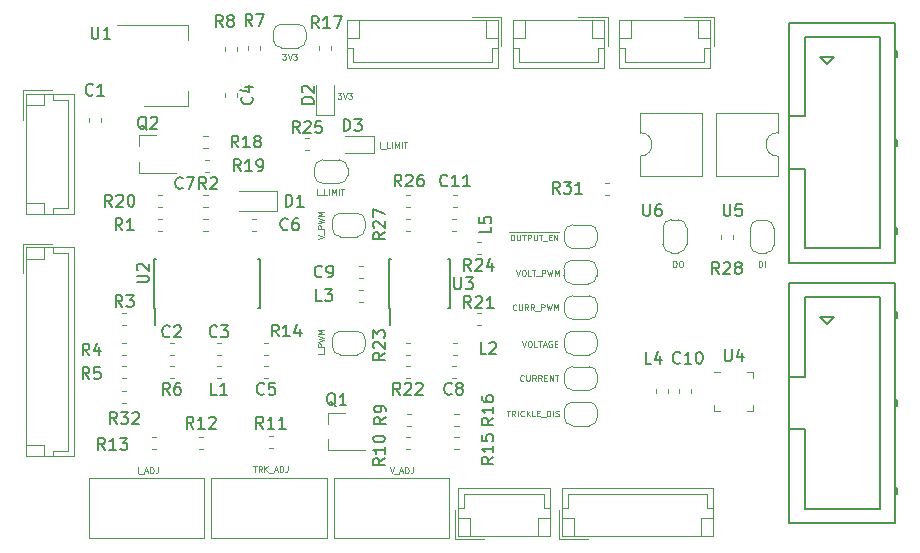
<source format=gto>
G04 #@! TF.GenerationSoftware,KiCad,Pcbnew,6.0.0-rc1-unknown-179dfa0~84~ubuntu18.04.1*
G04 #@! TF.CreationDate,2019-04-16T21:03:25-07:00
G04 #@! TF.ProjectId,big_battery_v3,6269675f-6261-4747-9465-72795f76332e,rev?*
G04 #@! TF.SameCoordinates,Original*
G04 #@! TF.FileFunction,Legend,Top*
G04 #@! TF.FilePolarity,Positive*
%FSLAX46Y46*%
G04 Gerber Fmt 4.6, Leading zero omitted, Abs format (unit mm)*
G04 Created by KiCad (PCBNEW 6.0.0-rc1-unknown-179dfa0~84~ubuntu18.04.1) date Tue 16 Apr 2019 09:03:25 PM PDT*
%MOMM*%
%LPD*%
G04 APERTURE LIST*
%ADD10C,0.100000*%
%ADD11C,0.120000*%
%ADD12C,0.150000*%
G04 APERTURE END LIST*
D10*
X25308857Y-15466190D02*
X25308857Y-14966190D01*
X25427904Y-15513809D02*
X25808857Y-15513809D01*
X26166000Y-15466190D02*
X25927904Y-15466190D01*
X25927904Y-14966190D01*
X26332666Y-15466190D02*
X26332666Y-14966190D01*
X26570761Y-15466190D02*
X26570761Y-14966190D01*
X26737428Y-15323333D01*
X26904095Y-14966190D01*
X26904095Y-15466190D01*
X27142190Y-15466190D02*
X27142190Y-14966190D01*
X27308857Y-14966190D02*
X27594571Y-14966190D01*
X27451714Y-15466190D02*
X27451714Y-14966190D01*
X31488095Y-38526190D02*
X31654761Y-39026190D01*
X31821428Y-38526190D01*
X31869047Y-39073809D02*
X32250000Y-39073809D01*
X32345238Y-38883333D02*
X32583333Y-38883333D01*
X32297619Y-39026190D02*
X32464285Y-38526190D01*
X32630952Y-39026190D01*
X32797619Y-39026190D02*
X32797619Y-38526190D01*
X32916666Y-38526190D01*
X32988095Y-38550000D01*
X33035714Y-38597619D01*
X33059523Y-38645238D01*
X33083333Y-38740476D01*
X33083333Y-38811904D01*
X33059523Y-38907142D01*
X33035714Y-38954761D01*
X32988095Y-39002380D01*
X32916666Y-39026190D01*
X32797619Y-39026190D01*
X33440476Y-38526190D02*
X33440476Y-38883333D01*
X33416666Y-38954761D01*
X33369047Y-39002380D01*
X33297619Y-39026190D01*
X33250000Y-39026190D01*
X19911904Y-38426190D02*
X20197619Y-38426190D01*
X20054761Y-38926190D02*
X20054761Y-38426190D01*
X20650000Y-38926190D02*
X20483333Y-38688095D01*
X20364285Y-38926190D02*
X20364285Y-38426190D01*
X20554761Y-38426190D01*
X20602380Y-38450000D01*
X20626190Y-38473809D01*
X20650000Y-38521428D01*
X20650000Y-38592857D01*
X20626190Y-38640476D01*
X20602380Y-38664285D01*
X20554761Y-38688095D01*
X20364285Y-38688095D01*
X20864285Y-38926190D02*
X20864285Y-38426190D01*
X21150000Y-38926190D02*
X20935714Y-38640476D01*
X21150000Y-38426190D02*
X20864285Y-38711904D01*
X21245238Y-38973809D02*
X21626190Y-38973809D01*
X21721428Y-38783333D02*
X21959523Y-38783333D01*
X21673809Y-38926190D02*
X21840476Y-38426190D01*
X22007142Y-38926190D01*
X22173809Y-38926190D02*
X22173809Y-38426190D01*
X22292857Y-38426190D01*
X22364285Y-38450000D01*
X22411904Y-38497619D01*
X22435714Y-38545238D01*
X22459523Y-38640476D01*
X22459523Y-38711904D01*
X22435714Y-38807142D01*
X22411904Y-38854761D01*
X22364285Y-38902380D01*
X22292857Y-38926190D01*
X22173809Y-38926190D01*
X22816666Y-38426190D02*
X22816666Y-38783333D01*
X22792857Y-38854761D01*
X22745238Y-38902380D01*
X22673809Y-38926190D01*
X22626190Y-38926190D01*
X10154761Y-39026190D02*
X10154761Y-38526190D01*
X10273809Y-39073809D02*
X10654761Y-39073809D01*
X10750000Y-38883333D02*
X10988095Y-38883333D01*
X10702380Y-39026190D02*
X10869047Y-38526190D01*
X11035714Y-39026190D01*
X11202380Y-39026190D02*
X11202380Y-38526190D01*
X11321428Y-38526190D01*
X11392857Y-38550000D01*
X11440476Y-38597619D01*
X11464285Y-38645238D01*
X11488095Y-38740476D01*
X11488095Y-38811904D01*
X11464285Y-38907142D01*
X11440476Y-38954761D01*
X11392857Y-39002380D01*
X11321428Y-39026190D01*
X11202380Y-39026190D01*
X11845238Y-38526190D02*
X11845238Y-38883333D01*
X11821428Y-38954761D01*
X11773809Y-39002380D01*
X11702380Y-39026190D01*
X11654761Y-39026190D01*
X22380952Y-3526190D02*
X22690476Y-3526190D01*
X22523809Y-3716666D01*
X22595238Y-3716666D01*
X22642857Y-3740476D01*
X22666666Y-3764285D01*
X22690476Y-3811904D01*
X22690476Y-3930952D01*
X22666666Y-3978571D01*
X22642857Y-4002380D01*
X22595238Y-4026190D01*
X22452380Y-4026190D01*
X22404761Y-4002380D01*
X22380952Y-3978571D01*
X22833333Y-3526190D02*
X23000000Y-4026190D01*
X23166666Y-3526190D01*
X23285714Y-3526190D02*
X23595238Y-3526190D01*
X23428571Y-3716666D01*
X23500000Y-3716666D01*
X23547619Y-3740476D01*
X23571428Y-3764285D01*
X23595238Y-3811904D01*
X23595238Y-3930952D01*
X23571428Y-3978571D01*
X23547619Y-4002380D01*
X23500000Y-4026190D01*
X23357142Y-4026190D01*
X23309523Y-4002380D01*
X23285714Y-3978571D01*
X62742000Y-21562190D02*
X62742000Y-21062190D01*
X62861047Y-21062190D01*
X62932476Y-21086000D01*
X62980095Y-21133619D01*
X63003904Y-21181238D01*
X63027714Y-21276476D01*
X63027714Y-21347904D01*
X63003904Y-21443142D01*
X62980095Y-21490761D01*
X62932476Y-21538380D01*
X62861047Y-21562190D01*
X62742000Y-21562190D01*
X63242000Y-21562190D02*
X63242000Y-21062190D01*
X55487142Y-21562190D02*
X55487142Y-21062190D01*
X55606190Y-21062190D01*
X55677619Y-21086000D01*
X55725238Y-21133619D01*
X55749047Y-21181238D01*
X55772857Y-21276476D01*
X55772857Y-21347904D01*
X55749047Y-21443142D01*
X55725238Y-21490761D01*
X55677619Y-21538380D01*
X55606190Y-21562190D01*
X55487142Y-21562190D01*
X56082380Y-21062190D02*
X56177619Y-21062190D01*
X56225238Y-21086000D01*
X56272857Y-21133619D01*
X56296666Y-21228857D01*
X56296666Y-21395523D01*
X56272857Y-21490761D01*
X56225238Y-21538380D01*
X56177619Y-21562190D01*
X56082380Y-21562190D01*
X56034761Y-21538380D01*
X55987142Y-21490761D01*
X55963333Y-21395523D01*
X55963333Y-21228857D01*
X55987142Y-21133619D01*
X56034761Y-21086000D01*
X56082380Y-21062190D01*
X27066952Y-6838190D02*
X27376476Y-6838190D01*
X27209809Y-7028666D01*
X27281238Y-7028666D01*
X27328857Y-7052476D01*
X27352666Y-7076285D01*
X27376476Y-7123904D01*
X27376476Y-7242952D01*
X27352666Y-7290571D01*
X27328857Y-7314380D01*
X27281238Y-7338190D01*
X27138380Y-7338190D01*
X27090761Y-7314380D01*
X27066952Y-7290571D01*
X27519333Y-6838190D02*
X27686000Y-7338190D01*
X27852666Y-6838190D01*
X27971714Y-6838190D02*
X28281238Y-6838190D01*
X28114571Y-7028666D01*
X28186000Y-7028666D01*
X28233619Y-7052476D01*
X28257428Y-7076285D01*
X28281238Y-7123904D01*
X28281238Y-7242952D01*
X28257428Y-7290571D01*
X28233619Y-7314380D01*
X28186000Y-7338190D01*
X28043142Y-7338190D01*
X27995523Y-7314380D01*
X27971714Y-7290571D01*
X30642857Y-11526190D02*
X30642857Y-11026190D01*
X30761904Y-11573809D02*
X31142857Y-11573809D01*
X31500000Y-11526190D02*
X31261904Y-11526190D01*
X31261904Y-11026190D01*
X31666666Y-11526190D02*
X31666666Y-11026190D01*
X31904761Y-11526190D02*
X31904761Y-11026190D01*
X32071428Y-11383333D01*
X32238095Y-11026190D01*
X32238095Y-11526190D01*
X32476190Y-11526190D02*
X32476190Y-11026190D01*
X32642857Y-11026190D02*
X32928571Y-11026190D01*
X32785714Y-11526190D02*
X32785714Y-11026190D01*
X25880190Y-28951904D02*
X25380190Y-28951904D01*
X25927809Y-28832857D02*
X25927809Y-28451904D01*
X25880190Y-28332857D02*
X25380190Y-28332857D01*
X25380190Y-28142380D01*
X25404000Y-28094761D01*
X25427809Y-28070952D01*
X25475428Y-28047142D01*
X25546857Y-28047142D01*
X25594476Y-28070952D01*
X25618285Y-28094761D01*
X25642095Y-28142380D01*
X25642095Y-28332857D01*
X25380190Y-27880476D02*
X25880190Y-27761428D01*
X25523047Y-27666190D01*
X25880190Y-27570952D01*
X25380190Y-27451904D01*
X25880190Y-27261428D02*
X25380190Y-27261428D01*
X25737333Y-27094761D01*
X25380190Y-26928095D01*
X25880190Y-26928095D01*
X25380190Y-19212571D02*
X25880190Y-19045904D01*
X25380190Y-18879238D01*
X25927809Y-18831619D02*
X25927809Y-18450666D01*
X25880190Y-18331619D02*
X25380190Y-18331619D01*
X25380190Y-18141142D01*
X25404000Y-18093523D01*
X25427809Y-18069714D01*
X25475428Y-18045904D01*
X25546857Y-18045904D01*
X25594476Y-18069714D01*
X25618285Y-18093523D01*
X25642095Y-18141142D01*
X25642095Y-18331619D01*
X25380190Y-17879238D02*
X25880190Y-17760190D01*
X25523047Y-17664952D01*
X25880190Y-17569714D01*
X25380190Y-17450666D01*
X25880190Y-17260190D02*
X25380190Y-17260190D01*
X25737333Y-17093523D01*
X25380190Y-16926857D01*
X25880190Y-16926857D01*
X41361904Y-33726190D02*
X41647619Y-33726190D01*
X41504761Y-34226190D02*
X41504761Y-33726190D01*
X42100000Y-34226190D02*
X41933333Y-33988095D01*
X41814285Y-34226190D02*
X41814285Y-33726190D01*
X42004761Y-33726190D01*
X42052380Y-33750000D01*
X42076190Y-33773809D01*
X42100000Y-33821428D01*
X42100000Y-33892857D01*
X42076190Y-33940476D01*
X42052380Y-33964285D01*
X42004761Y-33988095D01*
X41814285Y-33988095D01*
X42314285Y-34226190D02*
X42314285Y-33726190D01*
X42838095Y-34178571D02*
X42814285Y-34202380D01*
X42742857Y-34226190D01*
X42695238Y-34226190D01*
X42623809Y-34202380D01*
X42576190Y-34154761D01*
X42552380Y-34107142D01*
X42528571Y-34011904D01*
X42528571Y-33940476D01*
X42552380Y-33845238D01*
X42576190Y-33797619D01*
X42623809Y-33750000D01*
X42695238Y-33726190D01*
X42742857Y-33726190D01*
X42814285Y-33750000D01*
X42838095Y-33773809D01*
X43052380Y-34226190D02*
X43052380Y-33726190D01*
X43338095Y-34226190D02*
X43123809Y-33940476D01*
X43338095Y-33726190D02*
X43052380Y-34011904D01*
X43790476Y-34226190D02*
X43552380Y-34226190D01*
X43552380Y-33726190D01*
X43957142Y-33964285D02*
X44123809Y-33964285D01*
X44195238Y-34226190D02*
X43957142Y-34226190D01*
X43957142Y-33726190D01*
X44195238Y-33726190D01*
X44290476Y-34273809D02*
X44671428Y-34273809D01*
X44790476Y-34226190D02*
X44790476Y-33726190D01*
X44909523Y-33726190D01*
X44980952Y-33750000D01*
X45028571Y-33797619D01*
X45052380Y-33845238D01*
X45076190Y-33940476D01*
X45076190Y-34011904D01*
X45052380Y-34107142D01*
X45028571Y-34154761D01*
X44980952Y-34202380D01*
X44909523Y-34226190D01*
X44790476Y-34226190D01*
X45290476Y-34226190D02*
X45290476Y-33726190D01*
X45504761Y-34202380D02*
X45576190Y-34226190D01*
X45695238Y-34226190D01*
X45742857Y-34202380D01*
X45766666Y-34178571D01*
X45790476Y-34130952D01*
X45790476Y-34083333D01*
X45766666Y-34035714D01*
X45742857Y-34011904D01*
X45695238Y-33988095D01*
X45600000Y-33964285D01*
X45552380Y-33940476D01*
X45528571Y-33916666D01*
X45504761Y-33869047D01*
X45504761Y-33821428D01*
X45528571Y-33773809D01*
X45552380Y-33750000D01*
X45600000Y-33726190D01*
X45719047Y-33726190D01*
X45790476Y-33750000D01*
X42814285Y-31178571D02*
X42790476Y-31202380D01*
X42719047Y-31226190D01*
X42671428Y-31226190D01*
X42600000Y-31202380D01*
X42552380Y-31154761D01*
X42528571Y-31107142D01*
X42504761Y-31011904D01*
X42504761Y-30940476D01*
X42528571Y-30845238D01*
X42552380Y-30797619D01*
X42600000Y-30750000D01*
X42671428Y-30726190D01*
X42719047Y-30726190D01*
X42790476Y-30750000D01*
X42814285Y-30773809D01*
X43028571Y-30726190D02*
X43028571Y-31130952D01*
X43052380Y-31178571D01*
X43076190Y-31202380D01*
X43123809Y-31226190D01*
X43219047Y-31226190D01*
X43266666Y-31202380D01*
X43290476Y-31178571D01*
X43314285Y-31130952D01*
X43314285Y-30726190D01*
X43838095Y-31226190D02*
X43671428Y-30988095D01*
X43552380Y-31226190D02*
X43552380Y-30726190D01*
X43742857Y-30726190D01*
X43790476Y-30750000D01*
X43814285Y-30773809D01*
X43838095Y-30821428D01*
X43838095Y-30892857D01*
X43814285Y-30940476D01*
X43790476Y-30964285D01*
X43742857Y-30988095D01*
X43552380Y-30988095D01*
X44338095Y-31226190D02*
X44171428Y-30988095D01*
X44052380Y-31226190D02*
X44052380Y-30726190D01*
X44242857Y-30726190D01*
X44290476Y-30750000D01*
X44314285Y-30773809D01*
X44338095Y-30821428D01*
X44338095Y-30892857D01*
X44314285Y-30940476D01*
X44290476Y-30964285D01*
X44242857Y-30988095D01*
X44052380Y-30988095D01*
X44552380Y-30964285D02*
X44719047Y-30964285D01*
X44790476Y-31226190D02*
X44552380Y-31226190D01*
X44552380Y-30726190D01*
X44790476Y-30726190D01*
X45004761Y-31226190D02*
X45004761Y-30726190D01*
X45290476Y-31226190D01*
X45290476Y-30726190D01*
X45457142Y-30726190D02*
X45742857Y-30726190D01*
X45600000Y-31226190D02*
X45600000Y-30726190D01*
X42688095Y-27826190D02*
X42854761Y-28326190D01*
X43021428Y-27826190D01*
X43283333Y-27826190D02*
X43378571Y-27826190D01*
X43426190Y-27850000D01*
X43473809Y-27897619D01*
X43497619Y-27992857D01*
X43497619Y-28159523D01*
X43473809Y-28254761D01*
X43426190Y-28302380D01*
X43378571Y-28326190D01*
X43283333Y-28326190D01*
X43235714Y-28302380D01*
X43188095Y-28254761D01*
X43164285Y-28159523D01*
X43164285Y-27992857D01*
X43188095Y-27897619D01*
X43235714Y-27850000D01*
X43283333Y-27826190D01*
X43950000Y-28326190D02*
X43711904Y-28326190D01*
X43711904Y-27826190D01*
X44045238Y-27826190D02*
X44330952Y-27826190D01*
X44188095Y-28326190D02*
X44188095Y-27826190D01*
X44473809Y-28183333D02*
X44711904Y-28183333D01*
X44426190Y-28326190D02*
X44592857Y-27826190D01*
X44759523Y-28326190D01*
X45188095Y-27850000D02*
X45140476Y-27826190D01*
X45069047Y-27826190D01*
X44997619Y-27850000D01*
X44950000Y-27897619D01*
X44926190Y-27945238D01*
X44902380Y-28040476D01*
X44902380Y-28111904D01*
X44926190Y-28207142D01*
X44950000Y-28254761D01*
X44997619Y-28302380D01*
X45069047Y-28326190D01*
X45116666Y-28326190D01*
X45188095Y-28302380D01*
X45211904Y-28278571D01*
X45211904Y-28111904D01*
X45116666Y-28111904D01*
X45426190Y-28064285D02*
X45592857Y-28064285D01*
X45664285Y-28326190D02*
X45426190Y-28326190D01*
X45426190Y-27826190D01*
X45664285Y-27826190D01*
X42180952Y-25178571D02*
X42157142Y-25202380D01*
X42085714Y-25226190D01*
X42038095Y-25226190D01*
X41966666Y-25202380D01*
X41919047Y-25154761D01*
X41895238Y-25107142D01*
X41871428Y-25011904D01*
X41871428Y-24940476D01*
X41895238Y-24845238D01*
X41919047Y-24797619D01*
X41966666Y-24750000D01*
X42038095Y-24726190D01*
X42085714Y-24726190D01*
X42157142Y-24750000D01*
X42180952Y-24773809D01*
X42395238Y-24726190D02*
X42395238Y-25130952D01*
X42419047Y-25178571D01*
X42442857Y-25202380D01*
X42490476Y-25226190D01*
X42585714Y-25226190D01*
X42633333Y-25202380D01*
X42657142Y-25178571D01*
X42680952Y-25130952D01*
X42680952Y-24726190D01*
X43204761Y-25226190D02*
X43038095Y-24988095D01*
X42919047Y-25226190D02*
X42919047Y-24726190D01*
X43109523Y-24726190D01*
X43157142Y-24750000D01*
X43180952Y-24773809D01*
X43204761Y-24821428D01*
X43204761Y-24892857D01*
X43180952Y-24940476D01*
X43157142Y-24964285D01*
X43109523Y-24988095D01*
X42919047Y-24988095D01*
X43704761Y-25226190D02*
X43538095Y-24988095D01*
X43419047Y-25226190D02*
X43419047Y-24726190D01*
X43609523Y-24726190D01*
X43657142Y-24750000D01*
X43680952Y-24773809D01*
X43704761Y-24821428D01*
X43704761Y-24892857D01*
X43680952Y-24940476D01*
X43657142Y-24964285D01*
X43609523Y-24988095D01*
X43419047Y-24988095D01*
X43800000Y-25273809D02*
X44180952Y-25273809D01*
X44300000Y-25226190D02*
X44300000Y-24726190D01*
X44490476Y-24726190D01*
X44538095Y-24750000D01*
X44561904Y-24773809D01*
X44585714Y-24821428D01*
X44585714Y-24892857D01*
X44561904Y-24940476D01*
X44538095Y-24964285D01*
X44490476Y-24988095D01*
X44300000Y-24988095D01*
X44752380Y-24726190D02*
X44871428Y-25226190D01*
X44966666Y-24869047D01*
X45061904Y-25226190D01*
X45180952Y-24726190D01*
X45371428Y-25226190D02*
X45371428Y-24726190D01*
X45538095Y-25083333D01*
X45704761Y-24726190D01*
X45704761Y-25226190D01*
X42166666Y-21826190D02*
X42333333Y-22326190D01*
X42500000Y-21826190D01*
X42761904Y-21826190D02*
X42857142Y-21826190D01*
X42904761Y-21850000D01*
X42952380Y-21897619D01*
X42976190Y-21992857D01*
X42976190Y-22159523D01*
X42952380Y-22254761D01*
X42904761Y-22302380D01*
X42857142Y-22326190D01*
X42761904Y-22326190D01*
X42714285Y-22302380D01*
X42666666Y-22254761D01*
X42642857Y-22159523D01*
X42642857Y-21992857D01*
X42666666Y-21897619D01*
X42714285Y-21850000D01*
X42761904Y-21826190D01*
X43428571Y-22326190D02*
X43190476Y-22326190D01*
X43190476Y-21826190D01*
X43523809Y-21826190D02*
X43809523Y-21826190D01*
X43666666Y-22326190D02*
X43666666Y-21826190D01*
X43857142Y-22373809D02*
X44238095Y-22373809D01*
X44357142Y-22326190D02*
X44357142Y-21826190D01*
X44547619Y-21826190D01*
X44595238Y-21850000D01*
X44619047Y-21873809D01*
X44642857Y-21921428D01*
X44642857Y-21992857D01*
X44619047Y-22040476D01*
X44595238Y-22064285D01*
X44547619Y-22088095D01*
X44357142Y-22088095D01*
X44809523Y-21826190D02*
X44928571Y-22326190D01*
X45023809Y-21969047D01*
X45119047Y-22326190D01*
X45238095Y-21826190D01*
X45428571Y-22326190D02*
X45428571Y-21826190D01*
X45595238Y-22183333D01*
X45761904Y-21826190D01*
X45761904Y-22326190D01*
X41604761Y-18610000D02*
X42128571Y-18610000D01*
X41819047Y-18826190D02*
X41914285Y-18826190D01*
X41961904Y-18850000D01*
X42009523Y-18897619D01*
X42033333Y-18992857D01*
X42033333Y-19159523D01*
X42009523Y-19254761D01*
X41961904Y-19302380D01*
X41914285Y-19326190D01*
X41819047Y-19326190D01*
X41771428Y-19302380D01*
X41723809Y-19254761D01*
X41700000Y-19159523D01*
X41700000Y-18992857D01*
X41723809Y-18897619D01*
X41771428Y-18850000D01*
X41819047Y-18826190D01*
X42128571Y-18610000D02*
X42652380Y-18610000D01*
X42247619Y-18826190D02*
X42247619Y-19230952D01*
X42271428Y-19278571D01*
X42295238Y-19302380D01*
X42342857Y-19326190D01*
X42438095Y-19326190D01*
X42485714Y-19302380D01*
X42509523Y-19278571D01*
X42533333Y-19230952D01*
X42533333Y-18826190D01*
X42652380Y-18610000D02*
X43033333Y-18610000D01*
X42700000Y-18826190D02*
X42985714Y-18826190D01*
X42842857Y-19326190D02*
X42842857Y-18826190D01*
X43033333Y-18610000D02*
X43533333Y-18610000D01*
X43152380Y-19326190D02*
X43152380Y-18826190D01*
X43342857Y-18826190D01*
X43390476Y-18850000D01*
X43414285Y-18873809D01*
X43438095Y-18921428D01*
X43438095Y-18992857D01*
X43414285Y-19040476D01*
X43390476Y-19064285D01*
X43342857Y-19088095D01*
X43152380Y-19088095D01*
X43533333Y-18610000D02*
X44057142Y-18610000D01*
X43652380Y-18826190D02*
X43652380Y-19230952D01*
X43676190Y-19278571D01*
X43700000Y-19302380D01*
X43747619Y-19326190D01*
X43842857Y-19326190D01*
X43890476Y-19302380D01*
X43914285Y-19278571D01*
X43938095Y-19230952D01*
X43938095Y-18826190D01*
X44057142Y-18610000D02*
X44438095Y-18610000D01*
X44104761Y-18826190D02*
X44390476Y-18826190D01*
X44247619Y-19326190D02*
X44247619Y-18826190D01*
X44438095Y-18610000D02*
X44819047Y-18610000D01*
X44438095Y-19373809D02*
X44819047Y-19373809D01*
X44819047Y-18610000D02*
X45271428Y-18610000D01*
X44938095Y-19064285D02*
X45104761Y-19064285D01*
X45176190Y-19326190D02*
X44938095Y-19326190D01*
X44938095Y-18826190D01*
X45176190Y-18826190D01*
X45271428Y-18610000D02*
X45795238Y-18610000D01*
X45390476Y-19326190D02*
X45390476Y-18826190D01*
X45676190Y-19326190D01*
X45676190Y-18826190D01*
D11*
X21900000Y-16850000D02*
X18750000Y-16850000D01*
X21900000Y-15150000D02*
X18750000Y-15150000D01*
X21900000Y-16850000D02*
X21900000Y-15150000D01*
X61760000Y-30440000D02*
X62260000Y-30440000D01*
X62260000Y-30440000D02*
X62260000Y-30940000D01*
X59440000Y-33760000D02*
X58940000Y-33760000D01*
X58940000Y-33760000D02*
X58940000Y-33260000D01*
X61760000Y-33760000D02*
X62260000Y-33760000D01*
X62260000Y-33760000D02*
X62260000Y-33260000D01*
X58940000Y-30440000D02*
X59440000Y-30440000D01*
X9171267Y-32090000D02*
X8828733Y-32090000D01*
X9171267Y-33110000D02*
X8828733Y-33110000D01*
X37290000Y-40290000D02*
X37290000Y-44310000D01*
X37290000Y-44310000D02*
X45010000Y-44310000D01*
X45010000Y-44310000D02*
X45010000Y-40290000D01*
X45010000Y-40290000D02*
X37290000Y-40290000D01*
X37290000Y-42000000D02*
X37790000Y-42000000D01*
X37790000Y-42000000D02*
X37790000Y-40790000D01*
X37790000Y-40790000D02*
X44510000Y-40790000D01*
X44510000Y-40790000D02*
X44510000Y-42000000D01*
X44510000Y-42000000D02*
X45010000Y-42000000D01*
X37290000Y-42810000D02*
X38290000Y-42810000D01*
X38290000Y-42810000D02*
X38290000Y-44310000D01*
X45010000Y-42810000D02*
X44010000Y-42810000D01*
X44010000Y-42810000D02*
X44010000Y-44310000D01*
X36990000Y-42110000D02*
X36990000Y-44610000D01*
X36990000Y-44610000D02*
X39490000Y-44610000D01*
X50046267Y-15510000D02*
X49703733Y-15510000D01*
X50046267Y-14490000D02*
X49703733Y-14490000D01*
X58910000Y-390000D02*
X56410000Y-390000D01*
X58910000Y-2890000D02*
X58910000Y-390000D01*
X51890000Y-2190000D02*
X51890000Y-690000D01*
X50890000Y-2190000D02*
X51890000Y-2190000D01*
X57610000Y-2190000D02*
X57610000Y-690000D01*
X58610000Y-2190000D02*
X57610000Y-2190000D01*
X51390000Y-3000000D02*
X50890000Y-3000000D01*
X51390000Y-4210000D02*
X51390000Y-3000000D01*
X58110000Y-4210000D02*
X51390000Y-4210000D01*
X58110000Y-3000000D02*
X58110000Y-4210000D01*
X58610000Y-3000000D02*
X58110000Y-3000000D01*
X50890000Y-4710000D02*
X58610000Y-4710000D01*
X50890000Y-690000D02*
X50890000Y-4710000D01*
X58610000Y-690000D02*
X50890000Y-690000D01*
X58610000Y-4710000D02*
X58610000Y-690000D01*
X49610000Y-4710000D02*
X49610000Y-690000D01*
X49610000Y-690000D02*
X41890000Y-690000D01*
X41890000Y-690000D02*
X41890000Y-4710000D01*
X41890000Y-4710000D02*
X49610000Y-4710000D01*
X49610000Y-3000000D02*
X49110000Y-3000000D01*
X49110000Y-3000000D02*
X49110000Y-4210000D01*
X49110000Y-4210000D02*
X42390000Y-4210000D01*
X42390000Y-4210000D02*
X42390000Y-3000000D01*
X42390000Y-3000000D02*
X41890000Y-3000000D01*
X49610000Y-2190000D02*
X48610000Y-2190000D01*
X48610000Y-2190000D02*
X48610000Y-690000D01*
X41890000Y-2190000D02*
X42890000Y-2190000D01*
X42890000Y-2190000D02*
X42890000Y-690000D01*
X49910000Y-2890000D02*
X49910000Y-390000D01*
X49910000Y-390000D02*
X47410000Y-390000D01*
X46900000Y-21000000D02*
X48300000Y-21000000D01*
X49000000Y-21700000D02*
X49000000Y-22300000D01*
X48300000Y-23000000D02*
X46900000Y-23000000D01*
X46200000Y-22300000D02*
X46200000Y-21700000D01*
X46200000Y-21700000D02*
G75*
G02X46900000Y-21000000I700000J0D01*
G01*
X46900000Y-23000000D02*
G75*
G02X46200000Y-22300000I0J700000D01*
G01*
X49000000Y-22300000D02*
G75*
G02X48300000Y-23000000I-700000J0D01*
G01*
X48300000Y-21000000D02*
G75*
G02X49000000Y-21700000I0J-700000D01*
G01*
X48350000Y-18000000D02*
G75*
G02X49050000Y-18700000I0J-700000D01*
G01*
X49050000Y-19300000D02*
G75*
G02X48350000Y-20000000I-700000J0D01*
G01*
X46950000Y-20000000D02*
G75*
G02X46250000Y-19300000I0J700000D01*
G01*
X46250000Y-18700000D02*
G75*
G02X46950000Y-18000000I700000J0D01*
G01*
X46250000Y-19300000D02*
X46250000Y-18700000D01*
X48350000Y-20000000D02*
X46950000Y-20000000D01*
X49050000Y-18700000D02*
X49050000Y-19300000D01*
X46950000Y-18000000D02*
X48350000Y-18000000D01*
X64330000Y-13840000D02*
X64330000Y-12190000D01*
X59130000Y-13840000D02*
X64330000Y-13840000D01*
X59130000Y-8540000D02*
X59130000Y-13840000D01*
X64330000Y-8540000D02*
X59130000Y-8540000D01*
X64330000Y-10190000D02*
X64330000Y-8540000D01*
X64330000Y-12190000D02*
G75*
G02X64330000Y-10190000I0J1000000D01*
G01*
X52670000Y-10190000D02*
G75*
G02X52670000Y-12190000I0J-1000000D01*
G01*
X52670000Y-12190000D02*
X52670000Y-13840000D01*
X52670000Y-13840000D02*
X57870000Y-13840000D01*
X57870000Y-13840000D02*
X57870000Y-8540000D01*
X57870000Y-8540000D02*
X52670000Y-8540000D01*
X52670000Y-8540000D02*
X52670000Y-10190000D01*
X60510000Y-18828733D02*
X60510000Y-19171267D01*
X59490000Y-18828733D02*
X59490000Y-19171267D01*
X37171267Y-15490000D02*
X36828733Y-15490000D01*
X37171267Y-16510000D02*
X36828733Y-16510000D01*
X55990000Y-32271267D02*
X55990000Y-31928733D01*
X57010000Y-32271267D02*
X57010000Y-31928733D01*
X29171267Y-21490000D02*
X28828733Y-21490000D01*
X29171267Y-22510000D02*
X28828733Y-22510000D01*
X37046267Y-31010000D02*
X36703733Y-31010000D01*
X37046267Y-29990000D02*
X36703733Y-29990000D01*
X4710000Y-6890000D02*
X690000Y-6890000D01*
X690000Y-6890000D02*
X690000Y-17110000D01*
X690000Y-17110000D02*
X4710000Y-17110000D01*
X4710000Y-17110000D02*
X4710000Y-6890000D01*
X3000000Y-6890000D02*
X3000000Y-7390000D01*
X3000000Y-7390000D02*
X4210000Y-7390000D01*
X4210000Y-7390000D02*
X4210000Y-16610000D01*
X4210000Y-16610000D02*
X3000000Y-16610000D01*
X3000000Y-16610000D02*
X3000000Y-17110000D01*
X2190000Y-6890000D02*
X2190000Y-7890000D01*
X2190000Y-7890000D02*
X690000Y-7890000D01*
X2190000Y-17110000D02*
X2190000Y-16110000D01*
X2190000Y-16110000D02*
X690000Y-16110000D01*
X2890000Y-6590000D02*
X390000Y-6590000D01*
X390000Y-6590000D02*
X390000Y-9090000D01*
X45790000Y-44610000D02*
X48290000Y-44610000D01*
X45790000Y-42110000D02*
X45790000Y-44610000D01*
X57810000Y-42810000D02*
X57810000Y-44310000D01*
X58810000Y-42810000D02*
X57810000Y-42810000D01*
X47090000Y-42810000D02*
X47090000Y-44310000D01*
X46090000Y-42810000D02*
X47090000Y-42810000D01*
X58310000Y-42000000D02*
X58810000Y-42000000D01*
X58310000Y-40790000D02*
X58310000Y-42000000D01*
X46590000Y-40790000D02*
X58310000Y-40790000D01*
X46590000Y-42000000D02*
X46590000Y-40790000D01*
X46090000Y-42000000D02*
X46590000Y-42000000D01*
X58810000Y-40290000D02*
X46090000Y-40290000D01*
X58810000Y-44310000D02*
X58810000Y-40290000D01*
X46090000Y-44310000D02*
X58810000Y-44310000D01*
X46090000Y-40290000D02*
X46090000Y-44310000D01*
X40610000Y-4710000D02*
X40610000Y-690000D01*
X40610000Y-690000D02*
X27890000Y-690000D01*
X27890000Y-690000D02*
X27890000Y-4710000D01*
X27890000Y-4710000D02*
X40610000Y-4710000D01*
X40610000Y-3000000D02*
X40110000Y-3000000D01*
X40110000Y-3000000D02*
X40110000Y-4210000D01*
X40110000Y-4210000D02*
X28390000Y-4210000D01*
X28390000Y-4210000D02*
X28390000Y-3000000D01*
X28390000Y-3000000D02*
X27890000Y-3000000D01*
X40610000Y-2190000D02*
X39610000Y-2190000D01*
X39610000Y-2190000D02*
X39610000Y-690000D01*
X27890000Y-2190000D02*
X28890000Y-2190000D01*
X28890000Y-2190000D02*
X28890000Y-690000D01*
X40910000Y-2890000D02*
X40910000Y-390000D01*
X40910000Y-390000D02*
X38410000Y-390000D01*
X4710000Y-19890000D02*
X690000Y-19890000D01*
X690000Y-19890000D02*
X690000Y-37610000D01*
X690000Y-37610000D02*
X4710000Y-37610000D01*
X4710000Y-37610000D02*
X4710000Y-19890000D01*
X3000000Y-19890000D02*
X3000000Y-20390000D01*
X3000000Y-20390000D02*
X4210000Y-20390000D01*
X4210000Y-20390000D02*
X4210000Y-37110000D01*
X4210000Y-37110000D02*
X3000000Y-37110000D01*
X3000000Y-37110000D02*
X3000000Y-37610000D01*
X2190000Y-19890000D02*
X2190000Y-20890000D01*
X2190000Y-20890000D02*
X690000Y-20890000D01*
X2190000Y-37610000D02*
X2190000Y-36610000D01*
X2190000Y-36610000D02*
X690000Y-36610000D01*
X2890000Y-19590000D02*
X390000Y-19590000D01*
X390000Y-19590000D02*
X390000Y-22090000D01*
D12*
X68500000Y-26400000D02*
X67900000Y-25800000D01*
X69100000Y-25800000D02*
X68500000Y-26400000D01*
X67900000Y-25800000D02*
X69100000Y-25800000D01*
X74340000Y-25350000D02*
X74340000Y-25850000D01*
X74440000Y-25850000D02*
X74240000Y-25850000D01*
X74440000Y-25350000D02*
X74440000Y-25850000D01*
X74240000Y-25350000D02*
X74440000Y-25350000D01*
X74340000Y-40310000D02*
X74340000Y-40810000D01*
X74440000Y-40810000D02*
X74240000Y-40810000D01*
X74440000Y-40310000D02*
X74440000Y-40810000D01*
X74240000Y-40310000D02*
X74440000Y-40310000D01*
X74340000Y-32830000D02*
X74340000Y-33330000D01*
X74440000Y-33330000D02*
X74240000Y-33330000D01*
X74440000Y-32830000D02*
X74440000Y-33330000D01*
X74240000Y-32830000D02*
X74440000Y-32830000D01*
X66600000Y-35305000D02*
X65300000Y-35305000D01*
X66600000Y-42030000D02*
X66600000Y-35305000D01*
X72940000Y-42030000D02*
X66600000Y-42030000D01*
X72940000Y-24130000D02*
X72940000Y-42030000D01*
X66600000Y-24130000D02*
X72940000Y-24130000D01*
X66600000Y-30855000D02*
X66600000Y-24130000D01*
X65300000Y-30855000D02*
X66600000Y-30855000D01*
X65300000Y-43230000D02*
X65300000Y-22930000D01*
X74240000Y-43230000D02*
X65300000Y-43230000D01*
X74240000Y-22930000D02*
X74240000Y-43230000D01*
X65300000Y-22930000D02*
X74240000Y-22930000D01*
X65300000Y-890000D02*
X74240000Y-890000D01*
X74240000Y-890000D02*
X74240000Y-21190000D01*
X74240000Y-21190000D02*
X65300000Y-21190000D01*
X65300000Y-21190000D02*
X65300000Y-890000D01*
X65300000Y-8815000D02*
X66600000Y-8815000D01*
X66600000Y-8815000D02*
X66600000Y-2090000D01*
X66600000Y-2090000D02*
X72940000Y-2090000D01*
X72940000Y-2090000D02*
X72940000Y-19990000D01*
X72940000Y-19990000D02*
X66600000Y-19990000D01*
X66600000Y-19990000D02*
X66600000Y-13265000D01*
X66600000Y-13265000D02*
X65300000Y-13265000D01*
X74240000Y-10790000D02*
X74440000Y-10790000D01*
X74440000Y-10790000D02*
X74440000Y-11290000D01*
X74440000Y-11290000D02*
X74240000Y-11290000D01*
X74340000Y-10790000D02*
X74340000Y-11290000D01*
X74240000Y-18270000D02*
X74440000Y-18270000D01*
X74440000Y-18270000D02*
X74440000Y-18770000D01*
X74440000Y-18770000D02*
X74240000Y-18770000D01*
X74340000Y-18270000D02*
X74340000Y-18770000D01*
X74240000Y-3310000D02*
X74440000Y-3310000D01*
X74440000Y-3310000D02*
X74440000Y-3810000D01*
X74440000Y-3810000D02*
X74240000Y-3810000D01*
X74340000Y-3310000D02*
X74340000Y-3810000D01*
X67900000Y-3760000D02*
X69100000Y-3760000D01*
X69100000Y-3760000D02*
X68500000Y-4360000D01*
X68500000Y-4360000D02*
X67900000Y-3760000D01*
D11*
X53990000Y-31928733D02*
X53990000Y-32271267D01*
X55010000Y-31928733D02*
X55010000Y-32271267D01*
X37046267Y-18510000D02*
X36703733Y-18510000D01*
X37046267Y-17490000D02*
X36703733Y-17490000D01*
X28828733Y-24510000D02*
X29171267Y-24510000D01*
X28828733Y-23490000D02*
X29171267Y-23490000D01*
X37171267Y-27990000D02*
X36828733Y-27990000D01*
X37171267Y-29010000D02*
X36828733Y-29010000D01*
X28700000Y-19000000D02*
X27300000Y-19000000D01*
X26600000Y-18300000D02*
X26600000Y-17700000D01*
X27300000Y-17000000D02*
X28700000Y-17000000D01*
X29400000Y-17700000D02*
X29400000Y-18300000D01*
X29400000Y-18300000D02*
G75*
G02X28700000Y-19000000I-700000J0D01*
G01*
X28700000Y-17000000D02*
G75*
G02X29400000Y-17700000I0J-700000D01*
G01*
X26600000Y-17700000D02*
G75*
G02X27300000Y-17000000I700000J0D01*
G01*
X27300000Y-19000000D02*
G75*
G02X26600000Y-18300000I0J700000D01*
G01*
X27200000Y-12500000D02*
G75*
G02X27900000Y-13200000I0J-700000D01*
G01*
X27900000Y-13800000D02*
G75*
G02X27200000Y-14500000I-700000J0D01*
G01*
X25800000Y-14500000D02*
G75*
G02X25100000Y-13800000I0J700000D01*
G01*
X25100000Y-13200000D02*
G75*
G02X25800000Y-12500000I700000J0D01*
G01*
X25100000Y-13800000D02*
X25100000Y-13200000D01*
X27200000Y-14500000D02*
X25800000Y-14500000D01*
X27900000Y-13200000D02*
X27900000Y-13800000D01*
X25800000Y-12500000D02*
X27200000Y-12500000D01*
X28700000Y-29000000D02*
X27300000Y-29000000D01*
X26600000Y-28300000D02*
X26600000Y-27700000D01*
X27300000Y-27000000D02*
X28700000Y-27000000D01*
X29400000Y-27700000D02*
X29400000Y-28300000D01*
X29400000Y-28300000D02*
G75*
G02X28700000Y-29000000I-700000J0D01*
G01*
X28700000Y-27000000D02*
G75*
G02X29400000Y-27700000I0J-700000D01*
G01*
X26600000Y-27700000D02*
G75*
G02X27300000Y-27000000I700000J0D01*
G01*
X27300000Y-29000000D02*
G75*
G02X26600000Y-28300000I0J700000D01*
G01*
X56600000Y-19650000D02*
G75*
G02X55900000Y-20350000I-700000J0D01*
G01*
X55300000Y-20350000D02*
G75*
G02X54600000Y-19650000I0J700000D01*
G01*
X54600000Y-18250000D02*
G75*
G02X55300000Y-17550000I700000J0D01*
G01*
X55900000Y-17550000D02*
G75*
G02X56600000Y-18250000I0J-700000D01*
G01*
X55300000Y-17550000D02*
X55900000Y-17550000D01*
X54600000Y-19650000D02*
X54600000Y-18250000D01*
X55900000Y-20350000D02*
X55300000Y-20350000D01*
X56600000Y-18250000D02*
X56600000Y-19650000D01*
X46950000Y-24000000D02*
X48350000Y-24000000D01*
X49050000Y-24700000D02*
X49050000Y-25300000D01*
X48350000Y-26000000D02*
X46950000Y-26000000D01*
X46250000Y-25300000D02*
X46250000Y-24700000D01*
X46250000Y-24700000D02*
G75*
G02X46950000Y-24000000I700000J0D01*
G01*
X46950000Y-26000000D02*
G75*
G02X46250000Y-25300000I0J700000D01*
G01*
X49050000Y-25300000D02*
G75*
G02X48350000Y-26000000I-700000J0D01*
G01*
X48350000Y-24000000D02*
G75*
G02X49050000Y-24700000I0J-700000D01*
G01*
X48350000Y-33000000D02*
G75*
G02X49050000Y-33700000I0J-700000D01*
G01*
X49050000Y-34300000D02*
G75*
G02X48350000Y-35000000I-700000J0D01*
G01*
X46950000Y-35000000D02*
G75*
G02X46250000Y-34300000I0J700000D01*
G01*
X46250000Y-33700000D02*
G75*
G02X46950000Y-33000000I700000J0D01*
G01*
X46250000Y-34300000D02*
X46250000Y-33700000D01*
X48350000Y-35000000D02*
X46950000Y-35000000D01*
X49050000Y-33700000D02*
X49050000Y-34300000D01*
X46950000Y-33000000D02*
X48350000Y-33000000D01*
X46950000Y-30000000D02*
X48350000Y-30000000D01*
X49050000Y-30700000D02*
X49050000Y-31300000D01*
X48350000Y-32000000D02*
X46950000Y-32000000D01*
X46250000Y-31300000D02*
X46250000Y-30700000D01*
X46250000Y-30700000D02*
G75*
G02X46950000Y-30000000I700000J0D01*
G01*
X46950000Y-32000000D02*
G75*
G02X46250000Y-31300000I0J700000D01*
G01*
X49050000Y-31300000D02*
G75*
G02X48350000Y-32000000I-700000J0D01*
G01*
X48350000Y-30000000D02*
G75*
G02X49050000Y-30700000I0J-700000D01*
G01*
X48350000Y-27000000D02*
G75*
G02X49050000Y-27700000I0J-700000D01*
G01*
X49050000Y-28300000D02*
G75*
G02X48350000Y-29000000I-700000J0D01*
G01*
X46950000Y-29000000D02*
G75*
G02X46250000Y-28300000I0J700000D01*
G01*
X46250000Y-27700000D02*
G75*
G02X46950000Y-27000000I700000J0D01*
G01*
X46250000Y-28300000D02*
X46250000Y-27700000D01*
X48350000Y-29000000D02*
X46950000Y-29000000D01*
X49050000Y-27700000D02*
X49050000Y-28300000D01*
X46950000Y-27000000D02*
X48350000Y-27000000D01*
X22300000Y-1000000D02*
X23700000Y-1000000D01*
X24400000Y-1700000D02*
X24400000Y-2300000D01*
X23700000Y-3000000D02*
X22300000Y-3000000D01*
X21600000Y-2300000D02*
X21600000Y-1700000D01*
X21600000Y-1700000D02*
G75*
G02X22300000Y-1000000I700000J0D01*
G01*
X22300000Y-3000000D02*
G75*
G02X21600000Y-2300000I0J700000D01*
G01*
X24400000Y-2300000D02*
G75*
G02X23700000Y-3000000I-700000J0D01*
G01*
X23700000Y-1000000D02*
G75*
G02X24400000Y-1700000I0J-700000D01*
G01*
X64000000Y-19700000D02*
G75*
G02X63300000Y-20400000I-700000J0D01*
G01*
X62700000Y-20400000D02*
G75*
G02X62000000Y-19700000I0J700000D01*
G01*
X62000000Y-18300000D02*
G75*
G02X62700000Y-17600000I700000J0D01*
G01*
X63300000Y-17600000D02*
G75*
G02X64000000Y-18300000I0J-700000D01*
G01*
X62700000Y-17600000D02*
X63300000Y-17600000D01*
X62000000Y-19700000D02*
X62000000Y-18300000D01*
X63300000Y-20400000D02*
X62700000Y-20400000D01*
X64000000Y-18300000D02*
X64000000Y-19700000D01*
X30138725Y-10457153D02*
X27678725Y-10457153D01*
X30138725Y-11927153D02*
X30138725Y-10457153D01*
X27678725Y-11927153D02*
X30138725Y-11927153D01*
X25265000Y-6200000D02*
X25265000Y-8660000D01*
X25265000Y-8660000D02*
X26735000Y-8660000D01*
X26735000Y-8660000D02*
X26735000Y-6200000D01*
D12*
X31425000Y-25075000D02*
X31475000Y-25075000D01*
X31425000Y-20925000D02*
X31570000Y-20925000D01*
X36575000Y-20925000D02*
X36430000Y-20925000D01*
X36575000Y-25075000D02*
X36430000Y-25075000D01*
X31425000Y-25075000D02*
X31425000Y-20925000D01*
X36575000Y-25075000D02*
X36575000Y-20925000D01*
X31475000Y-25075000D02*
X31475000Y-26475000D01*
D11*
X10240000Y-10420000D02*
X10240000Y-11350000D01*
X10240000Y-13580000D02*
X10240000Y-12650000D01*
X10240000Y-13580000D02*
X13400000Y-13580000D01*
X10240000Y-10420000D02*
X11700000Y-10420000D01*
X26755000Y-39470000D02*
X36525000Y-39470000D01*
X26755000Y-44540000D02*
X36525000Y-44540000D01*
X26755000Y-39470000D02*
X26755000Y-44540000D01*
X36525000Y-39470000D02*
X36525000Y-44540000D01*
X15745000Y-39470000D02*
X15745000Y-44540000D01*
X5975000Y-39470000D02*
X5975000Y-44540000D01*
X5975000Y-44540000D02*
X15745000Y-44540000D01*
X5975000Y-39470000D02*
X15745000Y-39470000D01*
X16355000Y-39470000D02*
X26125000Y-39470000D01*
X16355000Y-44540000D02*
X26125000Y-44540000D01*
X16355000Y-39470000D02*
X16355000Y-44540000D01*
X26125000Y-39470000D02*
X26125000Y-44540000D01*
X26510000Y-2828733D02*
X26510000Y-3171267D01*
X25490000Y-2828733D02*
X25490000Y-3171267D01*
X15828733Y-13510000D02*
X16171267Y-13510000D01*
X15828733Y-12490000D02*
X16171267Y-12490000D01*
X12171267Y-16510000D02*
X11828733Y-16510000D01*
X12171267Y-15490000D02*
X11828733Y-15490000D01*
X33171267Y-29990000D02*
X32828733Y-29990000D01*
X33171267Y-31010000D02*
X32828733Y-31010000D01*
X33171267Y-29010000D02*
X32828733Y-29010000D01*
X33171267Y-27990000D02*
X32828733Y-27990000D01*
X39171267Y-19490000D02*
X38828733Y-19490000D01*
X39171267Y-20510000D02*
X38828733Y-20510000D01*
X24307458Y-10682153D02*
X24649992Y-10682153D01*
X24307458Y-11702153D02*
X24649992Y-11702153D01*
X33171267Y-15490000D02*
X32828733Y-15490000D01*
X33171267Y-16510000D02*
X32828733Y-16510000D01*
X33171267Y-18510000D02*
X32828733Y-18510000D01*
X33171267Y-17490000D02*
X32828733Y-17490000D01*
X15703733Y-11510000D02*
X16046267Y-11510000D01*
X15703733Y-10490000D02*
X16046267Y-10490000D01*
X39171267Y-26510000D02*
X38828733Y-26510000D01*
X39171267Y-25490000D02*
X38828733Y-25490000D01*
X15703733Y-17490000D02*
X16046267Y-17490000D01*
X15703733Y-18510000D02*
X16046267Y-18510000D01*
X5990000Y-8953733D02*
X5990000Y-9296267D01*
X7010000Y-8953733D02*
X7010000Y-9296267D01*
X12828733Y-27990000D02*
X13171267Y-27990000D01*
X12828733Y-29010000D02*
X13171267Y-29010000D01*
X16828733Y-29010000D02*
X17171267Y-29010000D01*
X16828733Y-27990000D02*
X17171267Y-27990000D01*
X18510000Y-6828733D02*
X18510000Y-7171267D01*
X17490000Y-6828733D02*
X17490000Y-7171267D01*
X21171267Y-29990000D02*
X20828733Y-29990000D01*
X21171267Y-31010000D02*
X20828733Y-31010000D01*
X19828733Y-17490000D02*
X20171267Y-17490000D01*
X19828733Y-18510000D02*
X20171267Y-18510000D01*
X17171267Y-31010000D02*
X16828733Y-31010000D01*
X17171267Y-29990000D02*
X16828733Y-29990000D01*
D12*
X11550000Y-25075000D02*
X11575000Y-25075000D01*
X11550000Y-20925000D02*
X11665000Y-20925000D01*
X20450000Y-20925000D02*
X20335000Y-20925000D01*
X20450000Y-25075000D02*
X20335000Y-25075000D01*
X11550000Y-25075000D02*
X11550000Y-20925000D01*
X20450000Y-25075000D02*
X20450000Y-20925000D01*
X11575000Y-25075000D02*
X11575000Y-26450000D01*
D11*
X14410000Y-7910000D02*
X14410000Y-6650000D01*
X14410000Y-1090000D02*
X14410000Y-2350000D01*
X10650000Y-7910000D02*
X14410000Y-7910000D01*
X8400000Y-1090000D02*
X14410000Y-1090000D01*
X26240000Y-33920000D02*
X26240000Y-34850000D01*
X26240000Y-37080000D02*
X26240000Y-36150000D01*
X26240000Y-37080000D02*
X29400000Y-37080000D01*
X26240000Y-33920000D02*
X27700000Y-33920000D01*
X17490000Y-3296267D02*
X17490000Y-2953733D01*
X18510000Y-3296267D02*
X18510000Y-2953733D01*
X33296267Y-35010000D02*
X32953733Y-35010000D01*
X33296267Y-33990000D02*
X32953733Y-33990000D01*
X8828733Y-31010000D02*
X9171267Y-31010000D01*
X8828733Y-29990000D02*
X9171267Y-29990000D01*
X9171267Y-29010000D02*
X8828733Y-29010000D01*
X9171267Y-27990000D02*
X8828733Y-27990000D01*
X9171267Y-25490000D02*
X8828733Y-25490000D01*
X9171267Y-26510000D02*
X8828733Y-26510000D01*
X16046267Y-16510000D02*
X15703733Y-16510000D01*
X16046267Y-15490000D02*
X15703733Y-15490000D01*
X12171267Y-17490000D02*
X11828733Y-17490000D01*
X12171267Y-18510000D02*
X11828733Y-18510000D01*
X19490000Y-3171267D02*
X19490000Y-2828733D01*
X20510000Y-3171267D02*
X20510000Y-2828733D01*
X33171267Y-35990000D02*
X32828733Y-35990000D01*
X33171267Y-37010000D02*
X32828733Y-37010000D01*
X21571267Y-36910000D02*
X21228733Y-36910000D01*
X21571267Y-35890000D02*
X21228733Y-35890000D01*
X15671267Y-35990000D02*
X15328733Y-35990000D01*
X15671267Y-37010000D02*
X15328733Y-37010000D01*
X11671267Y-37010000D02*
X11328733Y-37010000D01*
X11671267Y-35990000D02*
X11328733Y-35990000D01*
X21171267Y-29010000D02*
X20828733Y-29010000D01*
X21171267Y-27990000D02*
X20828733Y-27990000D01*
X37296267Y-35010000D02*
X36953733Y-35010000D01*
X37296267Y-33990000D02*
X36953733Y-33990000D01*
X36953733Y-37010000D02*
X37296267Y-37010000D01*
X36953733Y-35990000D02*
X37296267Y-35990000D01*
X13171267Y-31010000D02*
X12828733Y-31010000D01*
X13171267Y-29990000D02*
X12828733Y-29990000D01*
D12*
X22661904Y-16452380D02*
X22661904Y-15452380D01*
X22900000Y-15452380D01*
X23042857Y-15500000D01*
X23138095Y-15595238D01*
X23185714Y-15690476D01*
X23233333Y-15880952D01*
X23233333Y-16023809D01*
X23185714Y-16214285D01*
X23138095Y-16309523D01*
X23042857Y-16404761D01*
X22900000Y-16452380D01*
X22661904Y-16452380D01*
X24185714Y-16452380D02*
X23614285Y-16452380D01*
X23900000Y-16452380D02*
X23900000Y-15452380D01*
X23804761Y-15595238D01*
X23709523Y-15690476D01*
X23614285Y-15738095D01*
X59838095Y-28552380D02*
X59838095Y-29361904D01*
X59885714Y-29457142D01*
X59933333Y-29504761D01*
X60028571Y-29552380D01*
X60219047Y-29552380D01*
X60314285Y-29504761D01*
X60361904Y-29457142D01*
X60409523Y-29361904D01*
X60409523Y-28552380D01*
X61314285Y-28885714D02*
X61314285Y-29552380D01*
X61076190Y-28504761D02*
X60838095Y-29219047D01*
X61457142Y-29219047D01*
X8357142Y-34852380D02*
X8023809Y-34376190D01*
X7785714Y-34852380D02*
X7785714Y-33852380D01*
X8166666Y-33852380D01*
X8261904Y-33900000D01*
X8309523Y-33947619D01*
X8357142Y-34042857D01*
X8357142Y-34185714D01*
X8309523Y-34280952D01*
X8261904Y-34328571D01*
X8166666Y-34376190D01*
X7785714Y-34376190D01*
X8690476Y-33852380D02*
X9309523Y-33852380D01*
X8976190Y-34233333D01*
X9119047Y-34233333D01*
X9214285Y-34280952D01*
X9261904Y-34328571D01*
X9309523Y-34423809D01*
X9309523Y-34661904D01*
X9261904Y-34757142D01*
X9214285Y-34804761D01*
X9119047Y-34852380D01*
X8833333Y-34852380D01*
X8738095Y-34804761D01*
X8690476Y-34757142D01*
X9690476Y-33947619D02*
X9738095Y-33900000D01*
X9833333Y-33852380D01*
X10071428Y-33852380D01*
X10166666Y-33900000D01*
X10214285Y-33947619D01*
X10261904Y-34042857D01*
X10261904Y-34138095D01*
X10214285Y-34280952D01*
X9642857Y-34852380D01*
X10261904Y-34852380D01*
X45857142Y-15352380D02*
X45523809Y-14876190D01*
X45285714Y-15352380D02*
X45285714Y-14352380D01*
X45666666Y-14352380D01*
X45761904Y-14400000D01*
X45809523Y-14447619D01*
X45857142Y-14542857D01*
X45857142Y-14685714D01*
X45809523Y-14780952D01*
X45761904Y-14828571D01*
X45666666Y-14876190D01*
X45285714Y-14876190D01*
X46190476Y-14352380D02*
X46809523Y-14352380D01*
X46476190Y-14733333D01*
X46619047Y-14733333D01*
X46714285Y-14780952D01*
X46761904Y-14828571D01*
X46809523Y-14923809D01*
X46809523Y-15161904D01*
X46761904Y-15257142D01*
X46714285Y-15304761D01*
X46619047Y-15352380D01*
X46333333Y-15352380D01*
X46238095Y-15304761D01*
X46190476Y-15257142D01*
X47761904Y-15352380D02*
X47190476Y-15352380D01*
X47476190Y-15352380D02*
X47476190Y-14352380D01*
X47380952Y-14495238D01*
X47285714Y-14590476D01*
X47190476Y-14638095D01*
X59738095Y-16252380D02*
X59738095Y-17061904D01*
X59785714Y-17157142D01*
X59833333Y-17204761D01*
X59928571Y-17252380D01*
X60119047Y-17252380D01*
X60214285Y-17204761D01*
X60261904Y-17157142D01*
X60309523Y-17061904D01*
X60309523Y-16252380D01*
X61261904Y-16252380D02*
X60785714Y-16252380D01*
X60738095Y-16728571D01*
X60785714Y-16680952D01*
X60880952Y-16633333D01*
X61119047Y-16633333D01*
X61214285Y-16680952D01*
X61261904Y-16728571D01*
X61309523Y-16823809D01*
X61309523Y-17061904D01*
X61261904Y-17157142D01*
X61214285Y-17204761D01*
X61119047Y-17252380D01*
X60880952Y-17252380D01*
X60785714Y-17204761D01*
X60738095Y-17157142D01*
X52938095Y-16252380D02*
X52938095Y-17061904D01*
X52985714Y-17157142D01*
X53033333Y-17204761D01*
X53128571Y-17252380D01*
X53319047Y-17252380D01*
X53414285Y-17204761D01*
X53461904Y-17157142D01*
X53509523Y-17061904D01*
X53509523Y-16252380D01*
X54414285Y-16252380D02*
X54223809Y-16252380D01*
X54128571Y-16300000D01*
X54080952Y-16347619D01*
X53985714Y-16490476D01*
X53938095Y-16680952D01*
X53938095Y-17061904D01*
X53985714Y-17157142D01*
X54033333Y-17204761D01*
X54128571Y-17252380D01*
X54319047Y-17252380D01*
X54414285Y-17204761D01*
X54461904Y-17157142D01*
X54509523Y-17061904D01*
X54509523Y-16823809D01*
X54461904Y-16728571D01*
X54414285Y-16680952D01*
X54319047Y-16633333D01*
X54128571Y-16633333D01*
X54033333Y-16680952D01*
X53985714Y-16728571D01*
X53938095Y-16823809D01*
X59357142Y-22152380D02*
X59023809Y-21676190D01*
X58785714Y-22152380D02*
X58785714Y-21152380D01*
X59166666Y-21152380D01*
X59261904Y-21200000D01*
X59309523Y-21247619D01*
X59357142Y-21342857D01*
X59357142Y-21485714D01*
X59309523Y-21580952D01*
X59261904Y-21628571D01*
X59166666Y-21676190D01*
X58785714Y-21676190D01*
X59738095Y-21247619D02*
X59785714Y-21200000D01*
X59880952Y-21152380D01*
X60119047Y-21152380D01*
X60214285Y-21200000D01*
X60261904Y-21247619D01*
X60309523Y-21342857D01*
X60309523Y-21438095D01*
X60261904Y-21580952D01*
X59690476Y-22152380D01*
X60309523Y-22152380D01*
X60880952Y-21580952D02*
X60785714Y-21533333D01*
X60738095Y-21485714D01*
X60690476Y-21390476D01*
X60690476Y-21342857D01*
X60738095Y-21247619D01*
X60785714Y-21200000D01*
X60880952Y-21152380D01*
X61071428Y-21152380D01*
X61166666Y-21200000D01*
X61214285Y-21247619D01*
X61261904Y-21342857D01*
X61261904Y-21390476D01*
X61214285Y-21485714D01*
X61166666Y-21533333D01*
X61071428Y-21580952D01*
X60880952Y-21580952D01*
X60785714Y-21628571D01*
X60738095Y-21676190D01*
X60690476Y-21771428D01*
X60690476Y-21961904D01*
X60738095Y-22057142D01*
X60785714Y-22104761D01*
X60880952Y-22152380D01*
X61071428Y-22152380D01*
X61166666Y-22104761D01*
X61214285Y-22057142D01*
X61261904Y-21961904D01*
X61261904Y-21771428D01*
X61214285Y-21676190D01*
X61166666Y-21628571D01*
X61071428Y-21580952D01*
X36357142Y-14657142D02*
X36309523Y-14704761D01*
X36166666Y-14752380D01*
X36071428Y-14752380D01*
X35928571Y-14704761D01*
X35833333Y-14609523D01*
X35785714Y-14514285D01*
X35738095Y-14323809D01*
X35738095Y-14180952D01*
X35785714Y-13990476D01*
X35833333Y-13895238D01*
X35928571Y-13800000D01*
X36071428Y-13752380D01*
X36166666Y-13752380D01*
X36309523Y-13800000D01*
X36357142Y-13847619D01*
X37309523Y-14752380D02*
X36738095Y-14752380D01*
X37023809Y-14752380D02*
X37023809Y-13752380D01*
X36928571Y-13895238D01*
X36833333Y-13990476D01*
X36738095Y-14038095D01*
X38261904Y-14752380D02*
X37690476Y-14752380D01*
X37976190Y-14752380D02*
X37976190Y-13752380D01*
X37880952Y-13895238D01*
X37785714Y-13990476D01*
X37690476Y-14038095D01*
X56057142Y-29657142D02*
X56009523Y-29704761D01*
X55866666Y-29752380D01*
X55771428Y-29752380D01*
X55628571Y-29704761D01*
X55533333Y-29609523D01*
X55485714Y-29514285D01*
X55438095Y-29323809D01*
X55438095Y-29180952D01*
X55485714Y-28990476D01*
X55533333Y-28895238D01*
X55628571Y-28800000D01*
X55771428Y-28752380D01*
X55866666Y-28752380D01*
X56009523Y-28800000D01*
X56057142Y-28847619D01*
X57009523Y-29752380D02*
X56438095Y-29752380D01*
X56723809Y-29752380D02*
X56723809Y-28752380D01*
X56628571Y-28895238D01*
X56533333Y-28990476D01*
X56438095Y-29038095D01*
X57628571Y-28752380D02*
X57723809Y-28752380D01*
X57819047Y-28800000D01*
X57866666Y-28847619D01*
X57914285Y-28942857D01*
X57961904Y-29133333D01*
X57961904Y-29371428D01*
X57914285Y-29561904D01*
X57866666Y-29657142D01*
X57819047Y-29704761D01*
X57723809Y-29752380D01*
X57628571Y-29752380D01*
X57533333Y-29704761D01*
X57485714Y-29657142D01*
X57438095Y-29561904D01*
X57390476Y-29371428D01*
X57390476Y-29133333D01*
X57438095Y-28942857D01*
X57485714Y-28847619D01*
X57533333Y-28800000D01*
X57628571Y-28752380D01*
X25733333Y-22357142D02*
X25685714Y-22404761D01*
X25542857Y-22452380D01*
X25447619Y-22452380D01*
X25304761Y-22404761D01*
X25209523Y-22309523D01*
X25161904Y-22214285D01*
X25114285Y-22023809D01*
X25114285Y-21880952D01*
X25161904Y-21690476D01*
X25209523Y-21595238D01*
X25304761Y-21500000D01*
X25447619Y-21452380D01*
X25542857Y-21452380D01*
X25685714Y-21500000D01*
X25733333Y-21547619D01*
X26209523Y-22452380D02*
X26400000Y-22452380D01*
X26495238Y-22404761D01*
X26542857Y-22357142D01*
X26638095Y-22214285D01*
X26685714Y-22023809D01*
X26685714Y-21642857D01*
X26638095Y-21547619D01*
X26590476Y-21500000D01*
X26495238Y-21452380D01*
X26304761Y-21452380D01*
X26209523Y-21500000D01*
X26161904Y-21547619D01*
X26114285Y-21642857D01*
X26114285Y-21880952D01*
X26161904Y-21976190D01*
X26209523Y-22023809D01*
X26304761Y-22071428D01*
X26495238Y-22071428D01*
X26590476Y-22023809D01*
X26638095Y-21976190D01*
X26685714Y-21880952D01*
X36708333Y-32287142D02*
X36660714Y-32334761D01*
X36517857Y-32382380D01*
X36422619Y-32382380D01*
X36279761Y-32334761D01*
X36184523Y-32239523D01*
X36136904Y-32144285D01*
X36089285Y-31953809D01*
X36089285Y-31810952D01*
X36136904Y-31620476D01*
X36184523Y-31525238D01*
X36279761Y-31430000D01*
X36422619Y-31382380D01*
X36517857Y-31382380D01*
X36660714Y-31430000D01*
X36708333Y-31477619D01*
X37279761Y-31810952D02*
X37184523Y-31763333D01*
X37136904Y-31715714D01*
X37089285Y-31620476D01*
X37089285Y-31572857D01*
X37136904Y-31477619D01*
X37184523Y-31430000D01*
X37279761Y-31382380D01*
X37470238Y-31382380D01*
X37565476Y-31430000D01*
X37613095Y-31477619D01*
X37660714Y-31572857D01*
X37660714Y-31620476D01*
X37613095Y-31715714D01*
X37565476Y-31763333D01*
X37470238Y-31810952D01*
X37279761Y-31810952D01*
X37184523Y-31858571D01*
X37136904Y-31906190D01*
X37089285Y-32001428D01*
X37089285Y-32191904D01*
X37136904Y-32287142D01*
X37184523Y-32334761D01*
X37279761Y-32382380D01*
X37470238Y-32382380D01*
X37565476Y-32334761D01*
X37613095Y-32287142D01*
X37660714Y-32191904D01*
X37660714Y-32001428D01*
X37613095Y-31906190D01*
X37565476Y-31858571D01*
X37470238Y-31810952D01*
X53633333Y-29752380D02*
X53157142Y-29752380D01*
X53157142Y-28752380D01*
X54395238Y-29085714D02*
X54395238Y-29752380D01*
X54157142Y-28704761D02*
X53919047Y-29419047D01*
X54538095Y-29419047D01*
X40052380Y-18166666D02*
X40052380Y-18642857D01*
X39052380Y-18642857D01*
X39052380Y-17357142D02*
X39052380Y-17833333D01*
X39528571Y-17880952D01*
X39480952Y-17833333D01*
X39433333Y-17738095D01*
X39433333Y-17500000D01*
X39480952Y-17404761D01*
X39528571Y-17357142D01*
X39623809Y-17309523D01*
X39861904Y-17309523D01*
X39957142Y-17357142D01*
X40004761Y-17404761D01*
X40052380Y-17500000D01*
X40052380Y-17738095D01*
X40004761Y-17833333D01*
X39957142Y-17880952D01*
X25733333Y-24452380D02*
X25257142Y-24452380D01*
X25257142Y-23452380D01*
X25971428Y-23452380D02*
X26590476Y-23452380D01*
X26257142Y-23833333D01*
X26400000Y-23833333D01*
X26495238Y-23880952D01*
X26542857Y-23928571D01*
X26590476Y-24023809D01*
X26590476Y-24261904D01*
X26542857Y-24357142D01*
X26495238Y-24404761D01*
X26400000Y-24452380D01*
X26114285Y-24452380D01*
X26019047Y-24404761D01*
X25971428Y-24357142D01*
X39633333Y-28952380D02*
X39157142Y-28952380D01*
X39157142Y-27952380D01*
X39919047Y-28047619D02*
X39966666Y-28000000D01*
X40061904Y-27952380D01*
X40300000Y-27952380D01*
X40395238Y-28000000D01*
X40442857Y-28047619D01*
X40490476Y-28142857D01*
X40490476Y-28238095D01*
X40442857Y-28380952D01*
X39871428Y-28952380D01*
X40490476Y-28952380D01*
X27561904Y-10052380D02*
X27561904Y-9052380D01*
X27800000Y-9052380D01*
X27942857Y-9100000D01*
X28038095Y-9195238D01*
X28085714Y-9290476D01*
X28133333Y-9480952D01*
X28133333Y-9623809D01*
X28085714Y-9814285D01*
X28038095Y-9909523D01*
X27942857Y-10004761D01*
X27800000Y-10052380D01*
X27561904Y-10052380D01*
X28466666Y-9052380D02*
X29085714Y-9052380D01*
X28752380Y-9433333D01*
X28895238Y-9433333D01*
X28990476Y-9480952D01*
X29038095Y-9528571D01*
X29085714Y-9623809D01*
X29085714Y-9861904D01*
X29038095Y-9957142D01*
X28990476Y-10004761D01*
X28895238Y-10052380D01*
X28609523Y-10052380D01*
X28514285Y-10004761D01*
X28466666Y-9957142D01*
X25022380Y-7738095D02*
X24022380Y-7738095D01*
X24022380Y-7500000D01*
X24070000Y-7357142D01*
X24165238Y-7261904D01*
X24260476Y-7214285D01*
X24450952Y-7166666D01*
X24593809Y-7166666D01*
X24784285Y-7214285D01*
X24879523Y-7261904D01*
X24974761Y-7357142D01*
X25022380Y-7500000D01*
X25022380Y-7738095D01*
X24117619Y-6785714D02*
X24070000Y-6738095D01*
X24022380Y-6642857D01*
X24022380Y-6404761D01*
X24070000Y-6309523D01*
X24117619Y-6261904D01*
X24212857Y-6214285D01*
X24308095Y-6214285D01*
X24450952Y-6261904D01*
X25022380Y-6833333D01*
X25022380Y-6214285D01*
X36938095Y-22452380D02*
X36938095Y-23261904D01*
X36985714Y-23357142D01*
X37033333Y-23404761D01*
X37128571Y-23452380D01*
X37319047Y-23452380D01*
X37414285Y-23404761D01*
X37461904Y-23357142D01*
X37509523Y-23261904D01*
X37509523Y-22452380D01*
X37890476Y-22452380D02*
X38509523Y-22452380D01*
X38176190Y-22833333D01*
X38319047Y-22833333D01*
X38414285Y-22880952D01*
X38461904Y-22928571D01*
X38509523Y-23023809D01*
X38509523Y-23261904D01*
X38461904Y-23357142D01*
X38414285Y-23404761D01*
X38319047Y-23452380D01*
X38033333Y-23452380D01*
X37938095Y-23404761D01*
X37890476Y-23357142D01*
X10904761Y-9947619D02*
X10809523Y-9900000D01*
X10714285Y-9804761D01*
X10571428Y-9661904D01*
X10476190Y-9614285D01*
X10380952Y-9614285D01*
X10428571Y-9852380D02*
X10333333Y-9804761D01*
X10238095Y-9709523D01*
X10190476Y-9519047D01*
X10190476Y-9185714D01*
X10238095Y-8995238D01*
X10333333Y-8900000D01*
X10428571Y-8852380D01*
X10619047Y-8852380D01*
X10714285Y-8900000D01*
X10809523Y-8995238D01*
X10857142Y-9185714D01*
X10857142Y-9519047D01*
X10809523Y-9709523D01*
X10714285Y-9804761D01*
X10619047Y-9852380D01*
X10428571Y-9852380D01*
X11238095Y-8947619D02*
X11285714Y-8900000D01*
X11380952Y-8852380D01*
X11619047Y-8852380D01*
X11714285Y-8900000D01*
X11761904Y-8947619D01*
X11809523Y-9042857D01*
X11809523Y-9138095D01*
X11761904Y-9280952D01*
X11190476Y-9852380D01*
X11809523Y-9852380D01*
X25457142Y-1352380D02*
X25123809Y-876190D01*
X24885714Y-1352380D02*
X24885714Y-352380D01*
X25266666Y-352380D01*
X25361904Y-400000D01*
X25409523Y-447619D01*
X25457142Y-542857D01*
X25457142Y-685714D01*
X25409523Y-780952D01*
X25361904Y-828571D01*
X25266666Y-876190D01*
X24885714Y-876190D01*
X26409523Y-1352380D02*
X25838095Y-1352380D01*
X26123809Y-1352380D02*
X26123809Y-352380D01*
X26028571Y-495238D01*
X25933333Y-590476D01*
X25838095Y-638095D01*
X26742857Y-352380D02*
X27409523Y-352380D01*
X26980952Y-1352380D01*
X18857142Y-13452380D02*
X18523809Y-12976190D01*
X18285714Y-13452380D02*
X18285714Y-12452380D01*
X18666666Y-12452380D01*
X18761904Y-12500000D01*
X18809523Y-12547619D01*
X18857142Y-12642857D01*
X18857142Y-12785714D01*
X18809523Y-12880952D01*
X18761904Y-12928571D01*
X18666666Y-12976190D01*
X18285714Y-12976190D01*
X19809523Y-13452380D02*
X19238095Y-13452380D01*
X19523809Y-13452380D02*
X19523809Y-12452380D01*
X19428571Y-12595238D01*
X19333333Y-12690476D01*
X19238095Y-12738095D01*
X20285714Y-13452380D02*
X20476190Y-13452380D01*
X20571428Y-13404761D01*
X20619047Y-13357142D01*
X20714285Y-13214285D01*
X20761904Y-13023809D01*
X20761904Y-12642857D01*
X20714285Y-12547619D01*
X20666666Y-12500000D01*
X20571428Y-12452380D01*
X20380952Y-12452380D01*
X20285714Y-12500000D01*
X20238095Y-12547619D01*
X20190476Y-12642857D01*
X20190476Y-12880952D01*
X20238095Y-12976190D01*
X20285714Y-13023809D01*
X20380952Y-13071428D01*
X20571428Y-13071428D01*
X20666666Y-13023809D01*
X20714285Y-12976190D01*
X20761904Y-12880952D01*
X7957142Y-16452380D02*
X7623809Y-15976190D01*
X7385714Y-16452380D02*
X7385714Y-15452380D01*
X7766666Y-15452380D01*
X7861904Y-15500000D01*
X7909523Y-15547619D01*
X7957142Y-15642857D01*
X7957142Y-15785714D01*
X7909523Y-15880952D01*
X7861904Y-15928571D01*
X7766666Y-15976190D01*
X7385714Y-15976190D01*
X8338095Y-15547619D02*
X8385714Y-15500000D01*
X8480952Y-15452380D01*
X8719047Y-15452380D01*
X8814285Y-15500000D01*
X8861904Y-15547619D01*
X8909523Y-15642857D01*
X8909523Y-15738095D01*
X8861904Y-15880952D01*
X8290476Y-16452380D01*
X8909523Y-16452380D01*
X9528571Y-15452380D02*
X9623809Y-15452380D01*
X9719047Y-15500000D01*
X9766666Y-15547619D01*
X9814285Y-15642857D01*
X9861904Y-15833333D01*
X9861904Y-16071428D01*
X9814285Y-16261904D01*
X9766666Y-16357142D01*
X9719047Y-16404761D01*
X9623809Y-16452380D01*
X9528571Y-16452380D01*
X9433333Y-16404761D01*
X9385714Y-16357142D01*
X9338095Y-16261904D01*
X9290476Y-16071428D01*
X9290476Y-15833333D01*
X9338095Y-15642857D01*
X9385714Y-15547619D01*
X9433333Y-15500000D01*
X9528571Y-15452380D01*
X32357142Y-32382380D02*
X32023809Y-31906190D01*
X31785714Y-32382380D02*
X31785714Y-31382380D01*
X32166666Y-31382380D01*
X32261904Y-31430000D01*
X32309523Y-31477619D01*
X32357142Y-31572857D01*
X32357142Y-31715714D01*
X32309523Y-31810952D01*
X32261904Y-31858571D01*
X32166666Y-31906190D01*
X31785714Y-31906190D01*
X32738095Y-31477619D02*
X32785714Y-31430000D01*
X32880952Y-31382380D01*
X33119047Y-31382380D01*
X33214285Y-31430000D01*
X33261904Y-31477619D01*
X33309523Y-31572857D01*
X33309523Y-31668095D01*
X33261904Y-31810952D01*
X32690476Y-32382380D01*
X33309523Y-32382380D01*
X33690476Y-31477619D02*
X33738095Y-31430000D01*
X33833333Y-31382380D01*
X34071428Y-31382380D01*
X34166666Y-31430000D01*
X34214285Y-31477619D01*
X34261904Y-31572857D01*
X34261904Y-31668095D01*
X34214285Y-31810952D01*
X33642857Y-32382380D01*
X34261904Y-32382380D01*
X31052380Y-28842857D02*
X30576190Y-29176190D01*
X31052380Y-29414285D02*
X30052380Y-29414285D01*
X30052380Y-29033333D01*
X30100000Y-28938095D01*
X30147619Y-28890476D01*
X30242857Y-28842857D01*
X30385714Y-28842857D01*
X30480952Y-28890476D01*
X30528571Y-28938095D01*
X30576190Y-29033333D01*
X30576190Y-29414285D01*
X30147619Y-28461904D02*
X30100000Y-28414285D01*
X30052380Y-28319047D01*
X30052380Y-28080952D01*
X30100000Y-27985714D01*
X30147619Y-27938095D01*
X30242857Y-27890476D01*
X30338095Y-27890476D01*
X30480952Y-27938095D01*
X31052380Y-28509523D01*
X31052380Y-27890476D01*
X30052380Y-27557142D02*
X30052380Y-26938095D01*
X30433333Y-27271428D01*
X30433333Y-27128571D01*
X30480952Y-27033333D01*
X30528571Y-26985714D01*
X30623809Y-26938095D01*
X30861904Y-26938095D01*
X30957142Y-26985714D01*
X31004761Y-27033333D01*
X31052380Y-27128571D01*
X31052380Y-27414285D01*
X31004761Y-27509523D01*
X30957142Y-27557142D01*
X38357142Y-21882380D02*
X38023809Y-21406190D01*
X37785714Y-21882380D02*
X37785714Y-20882380D01*
X38166666Y-20882380D01*
X38261904Y-20930000D01*
X38309523Y-20977619D01*
X38357142Y-21072857D01*
X38357142Y-21215714D01*
X38309523Y-21310952D01*
X38261904Y-21358571D01*
X38166666Y-21406190D01*
X37785714Y-21406190D01*
X38738095Y-20977619D02*
X38785714Y-20930000D01*
X38880952Y-20882380D01*
X39119047Y-20882380D01*
X39214285Y-20930000D01*
X39261904Y-20977619D01*
X39309523Y-21072857D01*
X39309523Y-21168095D01*
X39261904Y-21310952D01*
X38690476Y-21882380D01*
X39309523Y-21882380D01*
X40166666Y-21215714D02*
X40166666Y-21882380D01*
X39928571Y-20834761D02*
X39690476Y-21549047D01*
X40309523Y-21549047D01*
X23835867Y-10214533D02*
X23502534Y-9738343D01*
X23264439Y-10214533D02*
X23264439Y-9214533D01*
X23645391Y-9214533D01*
X23740629Y-9262153D01*
X23788248Y-9309772D01*
X23835867Y-9405010D01*
X23835867Y-9547867D01*
X23788248Y-9643105D01*
X23740629Y-9690724D01*
X23645391Y-9738343D01*
X23264439Y-9738343D01*
X24216820Y-9309772D02*
X24264439Y-9262153D01*
X24359677Y-9214533D01*
X24597772Y-9214533D01*
X24693010Y-9262153D01*
X24740629Y-9309772D01*
X24788248Y-9405010D01*
X24788248Y-9500248D01*
X24740629Y-9643105D01*
X24169201Y-10214533D01*
X24788248Y-10214533D01*
X25693010Y-9214533D02*
X25216820Y-9214533D01*
X25169201Y-9690724D01*
X25216820Y-9643105D01*
X25312058Y-9595486D01*
X25550153Y-9595486D01*
X25645391Y-9643105D01*
X25693010Y-9690724D01*
X25740629Y-9785962D01*
X25740629Y-10024057D01*
X25693010Y-10119295D01*
X25645391Y-10166914D01*
X25550153Y-10214533D01*
X25312058Y-10214533D01*
X25216820Y-10166914D01*
X25169201Y-10119295D01*
X32457142Y-14752380D02*
X32123809Y-14276190D01*
X31885714Y-14752380D02*
X31885714Y-13752380D01*
X32266666Y-13752380D01*
X32361904Y-13800000D01*
X32409523Y-13847619D01*
X32457142Y-13942857D01*
X32457142Y-14085714D01*
X32409523Y-14180952D01*
X32361904Y-14228571D01*
X32266666Y-14276190D01*
X31885714Y-14276190D01*
X32838095Y-13847619D02*
X32885714Y-13800000D01*
X32980952Y-13752380D01*
X33219047Y-13752380D01*
X33314285Y-13800000D01*
X33361904Y-13847619D01*
X33409523Y-13942857D01*
X33409523Y-14038095D01*
X33361904Y-14180952D01*
X32790476Y-14752380D01*
X33409523Y-14752380D01*
X34266666Y-13752380D02*
X34076190Y-13752380D01*
X33980952Y-13800000D01*
X33933333Y-13847619D01*
X33838095Y-13990476D01*
X33790476Y-14180952D01*
X33790476Y-14561904D01*
X33838095Y-14657142D01*
X33885714Y-14704761D01*
X33980952Y-14752380D01*
X34171428Y-14752380D01*
X34266666Y-14704761D01*
X34314285Y-14657142D01*
X34361904Y-14561904D01*
X34361904Y-14323809D01*
X34314285Y-14228571D01*
X34266666Y-14180952D01*
X34171428Y-14133333D01*
X33980952Y-14133333D01*
X33885714Y-14180952D01*
X33838095Y-14228571D01*
X33790476Y-14323809D01*
X31052380Y-18642857D02*
X30576190Y-18976190D01*
X31052380Y-19214285D02*
X30052380Y-19214285D01*
X30052380Y-18833333D01*
X30100000Y-18738095D01*
X30147619Y-18690476D01*
X30242857Y-18642857D01*
X30385714Y-18642857D01*
X30480952Y-18690476D01*
X30528571Y-18738095D01*
X30576190Y-18833333D01*
X30576190Y-19214285D01*
X30147619Y-18261904D02*
X30100000Y-18214285D01*
X30052380Y-18119047D01*
X30052380Y-17880952D01*
X30100000Y-17785714D01*
X30147619Y-17738095D01*
X30242857Y-17690476D01*
X30338095Y-17690476D01*
X30480952Y-17738095D01*
X31052380Y-18309523D01*
X31052380Y-17690476D01*
X30052380Y-17357142D02*
X30052380Y-16690476D01*
X31052380Y-17119047D01*
X18657142Y-11452380D02*
X18323809Y-10976190D01*
X18085714Y-11452380D02*
X18085714Y-10452380D01*
X18466666Y-10452380D01*
X18561904Y-10500000D01*
X18609523Y-10547619D01*
X18657142Y-10642857D01*
X18657142Y-10785714D01*
X18609523Y-10880952D01*
X18561904Y-10928571D01*
X18466666Y-10976190D01*
X18085714Y-10976190D01*
X19609523Y-11452380D02*
X19038095Y-11452380D01*
X19323809Y-11452380D02*
X19323809Y-10452380D01*
X19228571Y-10595238D01*
X19133333Y-10690476D01*
X19038095Y-10738095D01*
X20180952Y-10880952D02*
X20085714Y-10833333D01*
X20038095Y-10785714D01*
X19990476Y-10690476D01*
X19990476Y-10642857D01*
X20038095Y-10547619D01*
X20085714Y-10500000D01*
X20180952Y-10452380D01*
X20371428Y-10452380D01*
X20466666Y-10500000D01*
X20514285Y-10547619D01*
X20561904Y-10642857D01*
X20561904Y-10690476D01*
X20514285Y-10785714D01*
X20466666Y-10833333D01*
X20371428Y-10880952D01*
X20180952Y-10880952D01*
X20085714Y-10928571D01*
X20038095Y-10976190D01*
X19990476Y-11071428D01*
X19990476Y-11261904D01*
X20038095Y-11357142D01*
X20085714Y-11404761D01*
X20180952Y-11452380D01*
X20371428Y-11452380D01*
X20466666Y-11404761D01*
X20514285Y-11357142D01*
X20561904Y-11261904D01*
X20561904Y-11071428D01*
X20514285Y-10976190D01*
X20466666Y-10928571D01*
X20371428Y-10880952D01*
X38357142Y-25052380D02*
X38023809Y-24576190D01*
X37785714Y-25052380D02*
X37785714Y-24052380D01*
X38166666Y-24052380D01*
X38261904Y-24100000D01*
X38309523Y-24147619D01*
X38357142Y-24242857D01*
X38357142Y-24385714D01*
X38309523Y-24480952D01*
X38261904Y-24528571D01*
X38166666Y-24576190D01*
X37785714Y-24576190D01*
X38738095Y-24147619D02*
X38785714Y-24100000D01*
X38880952Y-24052380D01*
X39119047Y-24052380D01*
X39214285Y-24100000D01*
X39261904Y-24147619D01*
X39309523Y-24242857D01*
X39309523Y-24338095D01*
X39261904Y-24480952D01*
X38690476Y-25052380D01*
X39309523Y-25052380D01*
X40261904Y-25052380D02*
X39690476Y-25052380D01*
X39976190Y-25052380D02*
X39976190Y-24052380D01*
X39880952Y-24195238D01*
X39785714Y-24290476D01*
X39690476Y-24338095D01*
X13933333Y-14857142D02*
X13885714Y-14904761D01*
X13742857Y-14952380D01*
X13647619Y-14952380D01*
X13504761Y-14904761D01*
X13409523Y-14809523D01*
X13361904Y-14714285D01*
X13314285Y-14523809D01*
X13314285Y-14380952D01*
X13361904Y-14190476D01*
X13409523Y-14095238D01*
X13504761Y-14000000D01*
X13647619Y-13952380D01*
X13742857Y-13952380D01*
X13885714Y-14000000D01*
X13933333Y-14047619D01*
X14266666Y-13952380D02*
X14933333Y-13952380D01*
X14504761Y-14952380D01*
X6333333Y-6957142D02*
X6285714Y-7004761D01*
X6142857Y-7052380D01*
X6047619Y-7052380D01*
X5904761Y-7004761D01*
X5809523Y-6909523D01*
X5761904Y-6814285D01*
X5714285Y-6623809D01*
X5714285Y-6480952D01*
X5761904Y-6290476D01*
X5809523Y-6195238D01*
X5904761Y-6100000D01*
X6047619Y-6052380D01*
X6142857Y-6052380D01*
X6285714Y-6100000D01*
X6333333Y-6147619D01*
X7285714Y-7052380D02*
X6714285Y-7052380D01*
X7000000Y-7052380D02*
X7000000Y-6052380D01*
X6904761Y-6195238D01*
X6809523Y-6290476D01*
X6714285Y-6338095D01*
X12833333Y-27427142D02*
X12785714Y-27474761D01*
X12642857Y-27522380D01*
X12547619Y-27522380D01*
X12404761Y-27474761D01*
X12309523Y-27379523D01*
X12261904Y-27284285D01*
X12214285Y-27093809D01*
X12214285Y-26950952D01*
X12261904Y-26760476D01*
X12309523Y-26665238D01*
X12404761Y-26570000D01*
X12547619Y-26522380D01*
X12642857Y-26522380D01*
X12785714Y-26570000D01*
X12833333Y-26617619D01*
X13214285Y-26617619D02*
X13261904Y-26570000D01*
X13357142Y-26522380D01*
X13595238Y-26522380D01*
X13690476Y-26570000D01*
X13738095Y-26617619D01*
X13785714Y-26712857D01*
X13785714Y-26808095D01*
X13738095Y-26950952D01*
X13166666Y-27522380D01*
X13785714Y-27522380D01*
X16833333Y-27427142D02*
X16785714Y-27474761D01*
X16642857Y-27522380D01*
X16547619Y-27522380D01*
X16404761Y-27474761D01*
X16309523Y-27379523D01*
X16261904Y-27284285D01*
X16214285Y-27093809D01*
X16214285Y-26950952D01*
X16261904Y-26760476D01*
X16309523Y-26665238D01*
X16404761Y-26570000D01*
X16547619Y-26522380D01*
X16642857Y-26522380D01*
X16785714Y-26570000D01*
X16833333Y-26617619D01*
X17166666Y-26522380D02*
X17785714Y-26522380D01*
X17452380Y-26903333D01*
X17595238Y-26903333D01*
X17690476Y-26950952D01*
X17738095Y-26998571D01*
X17785714Y-27093809D01*
X17785714Y-27331904D01*
X17738095Y-27427142D01*
X17690476Y-27474761D01*
X17595238Y-27522380D01*
X17309523Y-27522380D01*
X17214285Y-27474761D01*
X17166666Y-27427142D01*
X19787142Y-7166666D02*
X19834761Y-7214285D01*
X19882380Y-7357142D01*
X19882380Y-7452380D01*
X19834761Y-7595238D01*
X19739523Y-7690476D01*
X19644285Y-7738095D01*
X19453809Y-7785714D01*
X19310952Y-7785714D01*
X19120476Y-7738095D01*
X19025238Y-7690476D01*
X18930000Y-7595238D01*
X18882380Y-7452380D01*
X18882380Y-7357142D01*
X18930000Y-7214285D01*
X18977619Y-7166666D01*
X19215714Y-6309523D02*
X19882380Y-6309523D01*
X18834761Y-6547619D02*
X19549047Y-6785714D01*
X19549047Y-6166666D01*
X20833333Y-32287142D02*
X20785714Y-32334761D01*
X20642857Y-32382380D01*
X20547619Y-32382380D01*
X20404761Y-32334761D01*
X20309523Y-32239523D01*
X20261904Y-32144285D01*
X20214285Y-31953809D01*
X20214285Y-31810952D01*
X20261904Y-31620476D01*
X20309523Y-31525238D01*
X20404761Y-31430000D01*
X20547619Y-31382380D01*
X20642857Y-31382380D01*
X20785714Y-31430000D01*
X20833333Y-31477619D01*
X21738095Y-31382380D02*
X21261904Y-31382380D01*
X21214285Y-31858571D01*
X21261904Y-31810952D01*
X21357142Y-31763333D01*
X21595238Y-31763333D01*
X21690476Y-31810952D01*
X21738095Y-31858571D01*
X21785714Y-31953809D01*
X21785714Y-32191904D01*
X21738095Y-32287142D01*
X21690476Y-32334761D01*
X21595238Y-32382380D01*
X21357142Y-32382380D01*
X21261904Y-32334761D01*
X21214285Y-32287142D01*
X22833333Y-18357142D02*
X22785714Y-18404761D01*
X22642857Y-18452380D01*
X22547619Y-18452380D01*
X22404761Y-18404761D01*
X22309523Y-18309523D01*
X22261904Y-18214285D01*
X22214285Y-18023809D01*
X22214285Y-17880952D01*
X22261904Y-17690476D01*
X22309523Y-17595238D01*
X22404761Y-17500000D01*
X22547619Y-17452380D01*
X22642857Y-17452380D01*
X22785714Y-17500000D01*
X22833333Y-17547619D01*
X23690476Y-17452380D02*
X23500000Y-17452380D01*
X23404761Y-17500000D01*
X23357142Y-17547619D01*
X23261904Y-17690476D01*
X23214285Y-17880952D01*
X23214285Y-18261904D01*
X23261904Y-18357142D01*
X23309523Y-18404761D01*
X23404761Y-18452380D01*
X23595238Y-18452380D01*
X23690476Y-18404761D01*
X23738095Y-18357142D01*
X23785714Y-18261904D01*
X23785714Y-18023809D01*
X23738095Y-17928571D01*
X23690476Y-17880952D01*
X23595238Y-17833333D01*
X23404761Y-17833333D01*
X23309523Y-17880952D01*
X23261904Y-17928571D01*
X23214285Y-18023809D01*
X16833333Y-32382380D02*
X16357142Y-32382380D01*
X16357142Y-31382380D01*
X17690476Y-32382380D02*
X17119047Y-32382380D01*
X17404761Y-32382380D02*
X17404761Y-31382380D01*
X17309523Y-31525238D01*
X17214285Y-31620476D01*
X17119047Y-31668095D01*
X10052380Y-22861904D02*
X10861904Y-22861904D01*
X10957142Y-22814285D01*
X11004761Y-22766666D01*
X11052380Y-22671428D01*
X11052380Y-22480952D01*
X11004761Y-22385714D01*
X10957142Y-22338095D01*
X10861904Y-22290476D01*
X10052380Y-22290476D01*
X10147619Y-21861904D02*
X10100000Y-21814285D01*
X10052380Y-21719047D01*
X10052380Y-21480952D01*
X10100000Y-21385714D01*
X10147619Y-21338095D01*
X10242857Y-21290476D01*
X10338095Y-21290476D01*
X10480952Y-21338095D01*
X11052380Y-21909523D01*
X11052380Y-21290476D01*
X6238095Y-1252380D02*
X6238095Y-2061904D01*
X6285714Y-2157142D01*
X6333333Y-2204761D01*
X6428571Y-2252380D01*
X6619047Y-2252380D01*
X6714285Y-2204761D01*
X6761904Y-2157142D01*
X6809523Y-2061904D01*
X6809523Y-1252380D01*
X7809523Y-2252380D02*
X7238095Y-2252380D01*
X7523809Y-2252380D02*
X7523809Y-1252380D01*
X7428571Y-1395238D01*
X7333333Y-1490476D01*
X7238095Y-1538095D01*
X26904761Y-33347619D02*
X26809523Y-33300000D01*
X26714285Y-33204761D01*
X26571428Y-33061904D01*
X26476190Y-33014285D01*
X26380952Y-33014285D01*
X26428571Y-33252380D02*
X26333333Y-33204761D01*
X26238095Y-33109523D01*
X26190476Y-32919047D01*
X26190476Y-32585714D01*
X26238095Y-32395238D01*
X26333333Y-32300000D01*
X26428571Y-32252380D01*
X26619047Y-32252380D01*
X26714285Y-32300000D01*
X26809523Y-32395238D01*
X26857142Y-32585714D01*
X26857142Y-32919047D01*
X26809523Y-33109523D01*
X26714285Y-33204761D01*
X26619047Y-33252380D01*
X26428571Y-33252380D01*
X27809523Y-33252380D02*
X27238095Y-33252380D01*
X27523809Y-33252380D02*
X27523809Y-32252380D01*
X27428571Y-32395238D01*
X27333333Y-32490476D01*
X27238095Y-32538095D01*
X17333333Y-1252380D02*
X17000000Y-776190D01*
X16761904Y-1252380D02*
X16761904Y-252380D01*
X17142857Y-252380D01*
X17238095Y-300000D01*
X17285714Y-347619D01*
X17333333Y-442857D01*
X17333333Y-585714D01*
X17285714Y-680952D01*
X17238095Y-728571D01*
X17142857Y-776190D01*
X16761904Y-776190D01*
X17904761Y-680952D02*
X17809523Y-633333D01*
X17761904Y-585714D01*
X17714285Y-490476D01*
X17714285Y-442857D01*
X17761904Y-347619D01*
X17809523Y-300000D01*
X17904761Y-252380D01*
X18095238Y-252380D01*
X18190476Y-300000D01*
X18238095Y-347619D01*
X18285714Y-442857D01*
X18285714Y-490476D01*
X18238095Y-585714D01*
X18190476Y-633333D01*
X18095238Y-680952D01*
X17904761Y-680952D01*
X17809523Y-728571D01*
X17761904Y-776190D01*
X17714285Y-871428D01*
X17714285Y-1061904D01*
X17761904Y-1157142D01*
X17809523Y-1204761D01*
X17904761Y-1252380D01*
X18095238Y-1252380D01*
X18190476Y-1204761D01*
X18238095Y-1157142D01*
X18285714Y-1061904D01*
X18285714Y-871428D01*
X18238095Y-776190D01*
X18190476Y-728571D01*
X18095238Y-680952D01*
X31152380Y-34266666D02*
X30676190Y-34600000D01*
X31152380Y-34838095D02*
X30152380Y-34838095D01*
X30152380Y-34457142D01*
X30200000Y-34361904D01*
X30247619Y-34314285D01*
X30342857Y-34266666D01*
X30485714Y-34266666D01*
X30580952Y-34314285D01*
X30628571Y-34361904D01*
X30676190Y-34457142D01*
X30676190Y-34838095D01*
X31152380Y-33790476D02*
X31152380Y-33600000D01*
X31104761Y-33504761D01*
X31057142Y-33457142D01*
X30914285Y-33361904D01*
X30723809Y-33314285D01*
X30342857Y-33314285D01*
X30247619Y-33361904D01*
X30200000Y-33409523D01*
X30152380Y-33504761D01*
X30152380Y-33695238D01*
X30200000Y-33790476D01*
X30247619Y-33838095D01*
X30342857Y-33885714D01*
X30580952Y-33885714D01*
X30676190Y-33838095D01*
X30723809Y-33790476D01*
X30771428Y-33695238D01*
X30771428Y-33504761D01*
X30723809Y-33409523D01*
X30676190Y-33361904D01*
X30580952Y-33314285D01*
X6033333Y-31052380D02*
X5700000Y-30576190D01*
X5461904Y-31052380D02*
X5461904Y-30052380D01*
X5842857Y-30052380D01*
X5938095Y-30100000D01*
X5985714Y-30147619D01*
X6033333Y-30242857D01*
X6033333Y-30385714D01*
X5985714Y-30480952D01*
X5938095Y-30528571D01*
X5842857Y-30576190D01*
X5461904Y-30576190D01*
X6938095Y-30052380D02*
X6461904Y-30052380D01*
X6414285Y-30528571D01*
X6461904Y-30480952D01*
X6557142Y-30433333D01*
X6795238Y-30433333D01*
X6890476Y-30480952D01*
X6938095Y-30528571D01*
X6985714Y-30623809D01*
X6985714Y-30861904D01*
X6938095Y-30957142D01*
X6890476Y-31004761D01*
X6795238Y-31052380D01*
X6557142Y-31052380D01*
X6461904Y-31004761D01*
X6414285Y-30957142D01*
X6033333Y-29052380D02*
X5700000Y-28576190D01*
X5461904Y-29052380D02*
X5461904Y-28052380D01*
X5842857Y-28052380D01*
X5938095Y-28100000D01*
X5985714Y-28147619D01*
X6033333Y-28242857D01*
X6033333Y-28385714D01*
X5985714Y-28480952D01*
X5938095Y-28528571D01*
X5842857Y-28576190D01*
X5461904Y-28576190D01*
X6890476Y-28385714D02*
X6890476Y-29052380D01*
X6652380Y-28004761D02*
X6414285Y-28719047D01*
X7033333Y-28719047D01*
X8833333Y-24952380D02*
X8500000Y-24476190D01*
X8261904Y-24952380D02*
X8261904Y-23952380D01*
X8642857Y-23952380D01*
X8738095Y-24000000D01*
X8785714Y-24047619D01*
X8833333Y-24142857D01*
X8833333Y-24285714D01*
X8785714Y-24380952D01*
X8738095Y-24428571D01*
X8642857Y-24476190D01*
X8261904Y-24476190D01*
X9166666Y-23952380D02*
X9785714Y-23952380D01*
X9452380Y-24333333D01*
X9595238Y-24333333D01*
X9690476Y-24380952D01*
X9738095Y-24428571D01*
X9785714Y-24523809D01*
X9785714Y-24761904D01*
X9738095Y-24857142D01*
X9690476Y-24904761D01*
X9595238Y-24952380D01*
X9309523Y-24952380D01*
X9214285Y-24904761D01*
X9166666Y-24857142D01*
X15933333Y-14952380D02*
X15600000Y-14476190D01*
X15361904Y-14952380D02*
X15361904Y-13952380D01*
X15742857Y-13952380D01*
X15838095Y-14000000D01*
X15885714Y-14047619D01*
X15933333Y-14142857D01*
X15933333Y-14285714D01*
X15885714Y-14380952D01*
X15838095Y-14428571D01*
X15742857Y-14476190D01*
X15361904Y-14476190D01*
X16314285Y-14047619D02*
X16361904Y-14000000D01*
X16457142Y-13952380D01*
X16695238Y-13952380D01*
X16790476Y-14000000D01*
X16838095Y-14047619D01*
X16885714Y-14142857D01*
X16885714Y-14238095D01*
X16838095Y-14380952D01*
X16266666Y-14952380D01*
X16885714Y-14952380D01*
X8833333Y-18452380D02*
X8500000Y-17976190D01*
X8261904Y-18452380D02*
X8261904Y-17452380D01*
X8642857Y-17452380D01*
X8738095Y-17500000D01*
X8785714Y-17547619D01*
X8833333Y-17642857D01*
X8833333Y-17785714D01*
X8785714Y-17880952D01*
X8738095Y-17928571D01*
X8642857Y-17976190D01*
X8261904Y-17976190D01*
X9785714Y-18452380D02*
X9214285Y-18452380D01*
X9500000Y-18452380D02*
X9500000Y-17452380D01*
X9404761Y-17595238D01*
X9309523Y-17690476D01*
X9214285Y-17738095D01*
X19833333Y-1152380D02*
X19500000Y-676190D01*
X19261904Y-1152380D02*
X19261904Y-152380D01*
X19642857Y-152380D01*
X19738095Y-200000D01*
X19785714Y-247619D01*
X19833333Y-342857D01*
X19833333Y-485714D01*
X19785714Y-580952D01*
X19738095Y-628571D01*
X19642857Y-676190D01*
X19261904Y-676190D01*
X20166666Y-152380D02*
X20833333Y-152380D01*
X20404761Y-1152380D01*
X31052380Y-37742857D02*
X30576190Y-38076190D01*
X31052380Y-38314285D02*
X30052380Y-38314285D01*
X30052380Y-37933333D01*
X30100000Y-37838095D01*
X30147619Y-37790476D01*
X30242857Y-37742857D01*
X30385714Y-37742857D01*
X30480952Y-37790476D01*
X30528571Y-37838095D01*
X30576190Y-37933333D01*
X30576190Y-38314285D01*
X31052380Y-36790476D02*
X31052380Y-37361904D01*
X31052380Y-37076190D02*
X30052380Y-37076190D01*
X30195238Y-37171428D01*
X30290476Y-37266666D01*
X30338095Y-37361904D01*
X30052380Y-36171428D02*
X30052380Y-36076190D01*
X30100000Y-35980952D01*
X30147619Y-35933333D01*
X30242857Y-35885714D01*
X30433333Y-35838095D01*
X30671428Y-35838095D01*
X30861904Y-35885714D01*
X30957142Y-35933333D01*
X31004761Y-35980952D01*
X31052380Y-36076190D01*
X31052380Y-36171428D01*
X31004761Y-36266666D01*
X30957142Y-36314285D01*
X30861904Y-36361904D01*
X30671428Y-36409523D01*
X30433333Y-36409523D01*
X30242857Y-36361904D01*
X30147619Y-36314285D01*
X30100000Y-36266666D01*
X30052380Y-36171428D01*
X20757142Y-35252380D02*
X20423809Y-34776190D01*
X20185714Y-35252380D02*
X20185714Y-34252380D01*
X20566666Y-34252380D01*
X20661904Y-34300000D01*
X20709523Y-34347619D01*
X20757142Y-34442857D01*
X20757142Y-34585714D01*
X20709523Y-34680952D01*
X20661904Y-34728571D01*
X20566666Y-34776190D01*
X20185714Y-34776190D01*
X21709523Y-35252380D02*
X21138095Y-35252380D01*
X21423809Y-35252380D02*
X21423809Y-34252380D01*
X21328571Y-34395238D01*
X21233333Y-34490476D01*
X21138095Y-34538095D01*
X22661904Y-35252380D02*
X22090476Y-35252380D01*
X22376190Y-35252380D02*
X22376190Y-34252380D01*
X22280952Y-34395238D01*
X22185714Y-34490476D01*
X22090476Y-34538095D01*
X14857142Y-35252380D02*
X14523809Y-34776190D01*
X14285714Y-35252380D02*
X14285714Y-34252380D01*
X14666666Y-34252380D01*
X14761904Y-34300000D01*
X14809523Y-34347619D01*
X14857142Y-34442857D01*
X14857142Y-34585714D01*
X14809523Y-34680952D01*
X14761904Y-34728571D01*
X14666666Y-34776190D01*
X14285714Y-34776190D01*
X15809523Y-35252380D02*
X15238095Y-35252380D01*
X15523809Y-35252380D02*
X15523809Y-34252380D01*
X15428571Y-34395238D01*
X15333333Y-34490476D01*
X15238095Y-34538095D01*
X16190476Y-34347619D02*
X16238095Y-34300000D01*
X16333333Y-34252380D01*
X16571428Y-34252380D01*
X16666666Y-34300000D01*
X16714285Y-34347619D01*
X16761904Y-34442857D01*
X16761904Y-34538095D01*
X16714285Y-34680952D01*
X16142857Y-35252380D01*
X16761904Y-35252380D01*
X7357142Y-37052380D02*
X7023809Y-36576190D01*
X6785714Y-37052380D02*
X6785714Y-36052380D01*
X7166666Y-36052380D01*
X7261904Y-36100000D01*
X7309523Y-36147619D01*
X7357142Y-36242857D01*
X7357142Y-36385714D01*
X7309523Y-36480952D01*
X7261904Y-36528571D01*
X7166666Y-36576190D01*
X6785714Y-36576190D01*
X8309523Y-37052380D02*
X7738095Y-37052380D01*
X8023809Y-37052380D02*
X8023809Y-36052380D01*
X7928571Y-36195238D01*
X7833333Y-36290476D01*
X7738095Y-36338095D01*
X8642857Y-36052380D02*
X9261904Y-36052380D01*
X8928571Y-36433333D01*
X9071428Y-36433333D01*
X9166666Y-36480952D01*
X9214285Y-36528571D01*
X9261904Y-36623809D01*
X9261904Y-36861904D01*
X9214285Y-36957142D01*
X9166666Y-37004761D01*
X9071428Y-37052380D01*
X8785714Y-37052380D01*
X8690476Y-37004761D01*
X8642857Y-36957142D01*
X22057142Y-27452380D02*
X21723809Y-26976190D01*
X21485714Y-27452380D02*
X21485714Y-26452380D01*
X21866666Y-26452380D01*
X21961904Y-26500000D01*
X22009523Y-26547619D01*
X22057142Y-26642857D01*
X22057142Y-26785714D01*
X22009523Y-26880952D01*
X21961904Y-26928571D01*
X21866666Y-26976190D01*
X21485714Y-26976190D01*
X23009523Y-27452380D02*
X22438095Y-27452380D01*
X22723809Y-27452380D02*
X22723809Y-26452380D01*
X22628571Y-26595238D01*
X22533333Y-26690476D01*
X22438095Y-26738095D01*
X23866666Y-26785714D02*
X23866666Y-27452380D01*
X23628571Y-26404761D02*
X23390476Y-27119047D01*
X24009523Y-27119047D01*
X40252380Y-37642857D02*
X39776190Y-37976190D01*
X40252380Y-38214285D02*
X39252380Y-38214285D01*
X39252380Y-37833333D01*
X39300000Y-37738095D01*
X39347619Y-37690476D01*
X39442857Y-37642857D01*
X39585714Y-37642857D01*
X39680952Y-37690476D01*
X39728571Y-37738095D01*
X39776190Y-37833333D01*
X39776190Y-38214285D01*
X40252380Y-36690476D02*
X40252380Y-37261904D01*
X40252380Y-36976190D02*
X39252380Y-36976190D01*
X39395238Y-37071428D01*
X39490476Y-37166666D01*
X39538095Y-37261904D01*
X39252380Y-35785714D02*
X39252380Y-36261904D01*
X39728571Y-36309523D01*
X39680952Y-36261904D01*
X39633333Y-36166666D01*
X39633333Y-35928571D01*
X39680952Y-35833333D01*
X39728571Y-35785714D01*
X39823809Y-35738095D01*
X40061904Y-35738095D01*
X40157142Y-35785714D01*
X40204761Y-35833333D01*
X40252380Y-35928571D01*
X40252380Y-36166666D01*
X40204761Y-36261904D01*
X40157142Y-36309523D01*
X40252380Y-34342857D02*
X39776190Y-34676190D01*
X40252380Y-34914285D02*
X39252380Y-34914285D01*
X39252380Y-34533333D01*
X39300000Y-34438095D01*
X39347619Y-34390476D01*
X39442857Y-34342857D01*
X39585714Y-34342857D01*
X39680952Y-34390476D01*
X39728571Y-34438095D01*
X39776190Y-34533333D01*
X39776190Y-34914285D01*
X40252380Y-33390476D02*
X40252380Y-33961904D01*
X40252380Y-33676190D02*
X39252380Y-33676190D01*
X39395238Y-33771428D01*
X39490476Y-33866666D01*
X39538095Y-33961904D01*
X39252380Y-32533333D02*
X39252380Y-32723809D01*
X39300000Y-32819047D01*
X39347619Y-32866666D01*
X39490476Y-32961904D01*
X39680952Y-33009523D01*
X40061904Y-33009523D01*
X40157142Y-32961904D01*
X40204761Y-32914285D01*
X40252380Y-32819047D01*
X40252380Y-32628571D01*
X40204761Y-32533333D01*
X40157142Y-32485714D01*
X40061904Y-32438095D01*
X39823809Y-32438095D01*
X39728571Y-32485714D01*
X39680952Y-32533333D01*
X39633333Y-32628571D01*
X39633333Y-32819047D01*
X39680952Y-32914285D01*
X39728571Y-32961904D01*
X39823809Y-33009523D01*
X12833333Y-32382380D02*
X12500000Y-31906190D01*
X12261904Y-32382380D02*
X12261904Y-31382380D01*
X12642857Y-31382380D01*
X12738095Y-31430000D01*
X12785714Y-31477619D01*
X12833333Y-31572857D01*
X12833333Y-31715714D01*
X12785714Y-31810952D01*
X12738095Y-31858571D01*
X12642857Y-31906190D01*
X12261904Y-31906190D01*
X13690476Y-31382380D02*
X13500000Y-31382380D01*
X13404761Y-31430000D01*
X13357142Y-31477619D01*
X13261904Y-31620476D01*
X13214285Y-31810952D01*
X13214285Y-32191904D01*
X13261904Y-32287142D01*
X13309523Y-32334761D01*
X13404761Y-32382380D01*
X13595238Y-32382380D01*
X13690476Y-32334761D01*
X13738095Y-32287142D01*
X13785714Y-32191904D01*
X13785714Y-31953809D01*
X13738095Y-31858571D01*
X13690476Y-31810952D01*
X13595238Y-31763333D01*
X13404761Y-31763333D01*
X13309523Y-31810952D01*
X13261904Y-31858571D01*
X13214285Y-31953809D01*
M02*

</source>
